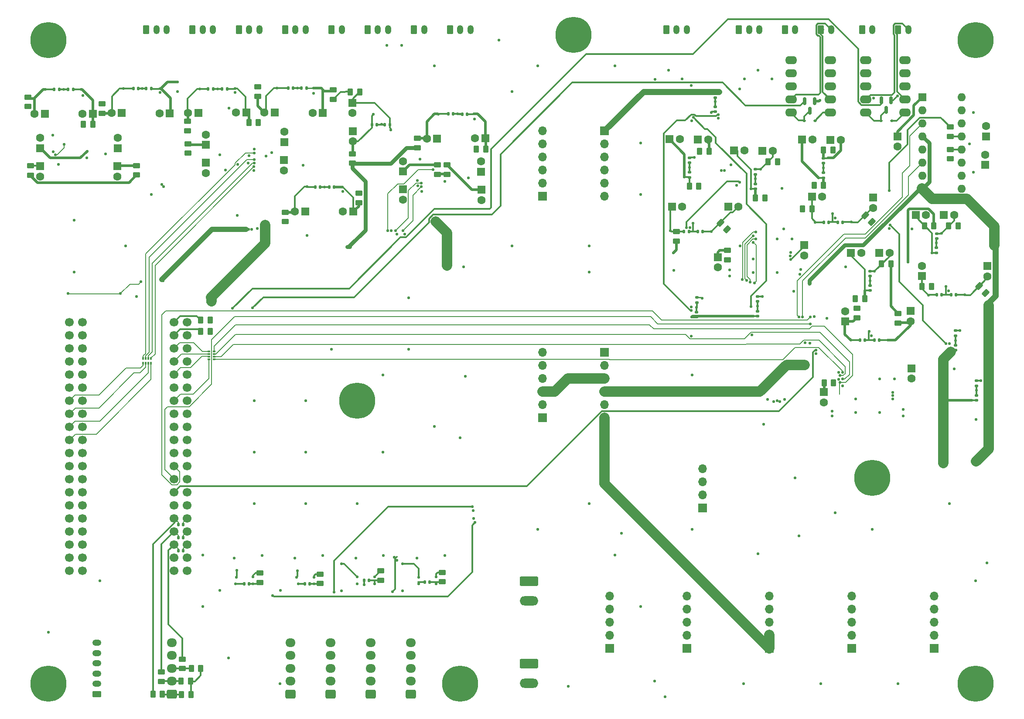
<source format=gbl>
%TF.GenerationSoftware,KiCad,Pcbnew,7.0.1*%
%TF.CreationDate,2023-06-27T00:24:21+02:00*%
%TF.ProjectId,Main board,4d61696e-2062-46f6-9172-642e6b696361,rev?*%
%TF.SameCoordinates,Original*%
%TF.FileFunction,Copper,L4,Bot*%
%TF.FilePolarity,Positive*%
%FSLAX46Y46*%
G04 Gerber Fmt 4.6, Leading zero omitted, Abs format (unit mm)*
G04 Created by KiCad (PCBNEW 7.0.1) date 2023-06-27 00:24:21*
%MOMM*%
%LPD*%
G01*
G04 APERTURE LIST*
G04 Aperture macros list*
%AMRoundRect*
0 Rectangle with rounded corners*
0 $1 Rounding radius*
0 $2 $3 $4 $5 $6 $7 $8 $9 X,Y pos of 4 corners*
0 Add a 4 corners polygon primitive as box body*
4,1,4,$2,$3,$4,$5,$6,$7,$8,$9,$2,$3,0*
0 Add four circle primitives for the rounded corners*
1,1,$1+$1,$2,$3*
1,1,$1+$1,$4,$5*
1,1,$1+$1,$6,$7*
1,1,$1+$1,$8,$9*
0 Add four rect primitives between the rounded corners*
20,1,$1+$1,$2,$3,$4,$5,0*
20,1,$1+$1,$4,$5,$6,$7,0*
20,1,$1+$1,$6,$7,$8,$9,0*
20,1,$1+$1,$8,$9,$2,$3,0*%
G04 Aperture macros list end*
%TA.AperFunction,ComponentPad*%
%ADD10RoundRect,0.250000X-0.350000X-0.625000X0.350000X-0.625000X0.350000X0.625000X-0.350000X0.625000X0*%
%TD*%
%TA.AperFunction,ComponentPad*%
%ADD11O,1.200000X1.750000*%
%TD*%
%TA.AperFunction,ComponentPad*%
%ADD12R,1.600000X1.600000*%
%TD*%
%TA.AperFunction,ComponentPad*%
%ADD13C,1.600000*%
%TD*%
%TA.AperFunction,ComponentPad*%
%ADD14RoundRect,0.250000X0.725000X-0.600000X0.725000X0.600000X-0.725000X0.600000X-0.725000X-0.600000X0*%
%TD*%
%TA.AperFunction,ComponentPad*%
%ADD15O,1.950000X1.700000*%
%TD*%
%TA.AperFunction,ComponentPad*%
%ADD16C,0.800000*%
%TD*%
%TA.AperFunction,ComponentPad*%
%ADD17C,7.000000*%
%TD*%
%TA.AperFunction,ComponentPad*%
%ADD18R,1.700000X1.700000*%
%TD*%
%TA.AperFunction,ComponentPad*%
%ADD19O,1.700000X1.700000*%
%TD*%
%TA.AperFunction,ComponentPad*%
%ADD20RoundRect,0.250000X-1.550000X0.650000X-1.550000X-0.650000X1.550000X-0.650000X1.550000X0.650000X0*%
%TD*%
%TA.AperFunction,ComponentPad*%
%ADD21O,3.600000X1.800000*%
%TD*%
%TA.AperFunction,ComponentPad*%
%ADD22O,1.600000X1.600000*%
%TD*%
%TA.AperFunction,ComponentPad*%
%ADD23RoundRect,0.250000X0.625000X-0.350000X0.625000X0.350000X-0.625000X0.350000X-0.625000X-0.350000X0*%
%TD*%
%TA.AperFunction,ComponentPad*%
%ADD24O,1.750000X1.200000*%
%TD*%
%TA.AperFunction,ComponentPad*%
%ADD25O,2.300000X1.600000*%
%TD*%
%TA.AperFunction,ComponentPad*%
%ADD26C,1.700000*%
%TD*%
%TA.AperFunction,SMDPad,CuDef*%
%ADD27RoundRect,0.140000X-0.140000X-0.170000X0.140000X-0.170000X0.140000X0.170000X-0.140000X0.170000X0*%
%TD*%
%TA.AperFunction,SMDPad,CuDef*%
%ADD28RoundRect,0.250000X0.262500X0.450000X-0.262500X0.450000X-0.262500X-0.450000X0.262500X-0.450000X0*%
%TD*%
%TA.AperFunction,SMDPad,CuDef*%
%ADD29RoundRect,0.250000X0.450000X-0.262500X0.450000X0.262500X-0.450000X0.262500X-0.450000X-0.262500X0*%
%TD*%
%TA.AperFunction,SMDPad,CuDef*%
%ADD30RoundRect,0.140000X0.170000X-0.140000X0.170000X0.140000X-0.170000X0.140000X-0.170000X-0.140000X0*%
%TD*%
%TA.AperFunction,SMDPad,CuDef*%
%ADD31RoundRect,0.150000X-0.150000X0.587500X-0.150000X-0.587500X0.150000X-0.587500X0.150000X0.587500X0*%
%TD*%
%TA.AperFunction,SMDPad,CuDef*%
%ADD32RoundRect,0.250000X-0.503814X-0.132583X-0.132583X-0.503814X0.503814X0.132583X0.132583X0.503814X0*%
%TD*%
%TA.AperFunction,SMDPad,CuDef*%
%ADD33R,0.400000X0.500000*%
%TD*%
%TA.AperFunction,SMDPad,CuDef*%
%ADD34R,0.300000X0.500000*%
%TD*%
%TA.AperFunction,SMDPad,CuDef*%
%ADD35RoundRect,0.140000X0.140000X0.170000X-0.140000X0.170000X-0.140000X-0.170000X0.140000X-0.170000X0*%
%TD*%
%TA.AperFunction,SMDPad,CuDef*%
%ADD36RoundRect,0.250000X-0.262500X-0.450000X0.262500X-0.450000X0.262500X0.450000X-0.262500X0.450000X0*%
%TD*%
%TA.AperFunction,SMDPad,CuDef*%
%ADD37RoundRect,0.250000X-0.450000X0.262500X-0.450000X-0.262500X0.450000X-0.262500X0.450000X0.262500X0*%
%TD*%
%TA.AperFunction,SMDPad,CuDef*%
%ADD38RoundRect,0.140000X-0.170000X0.140000X-0.170000X-0.140000X0.170000X-0.140000X0.170000X0.140000X0*%
%TD*%
%TA.AperFunction,SMDPad,CuDef*%
%ADD39RoundRect,0.112500X0.187500X0.112500X-0.187500X0.112500X-0.187500X-0.112500X0.187500X-0.112500X0*%
%TD*%
%TA.AperFunction,SMDPad,CuDef*%
%ADD40R,0.500000X0.400000*%
%TD*%
%TA.AperFunction,SMDPad,CuDef*%
%ADD41R,0.500000X0.300000*%
%TD*%
%TA.AperFunction,ViaPad*%
%ADD42C,0.550000*%
%TD*%
%TA.AperFunction,Conductor*%
%ADD43C,0.500000*%
%TD*%
%TA.AperFunction,Conductor*%
%ADD44C,0.300000*%
%TD*%
%TA.AperFunction,Conductor*%
%ADD45C,0.200000*%
%TD*%
%TA.AperFunction,Conductor*%
%ADD46C,2.000000*%
%TD*%
%TA.AperFunction,Conductor*%
%ADD47C,0.250000*%
%TD*%
%TA.AperFunction,Conductor*%
%ADD48C,1.200000*%
%TD*%
%TA.AperFunction,Conductor*%
%ADD49C,0.800000*%
%TD*%
%TA.AperFunction,Conductor*%
%ADD50C,1.000000*%
%TD*%
G04 APERTURE END LIST*
D10*
X117000000Y-53000000D03*
D11*
X119000000Y-53000000D03*
X121000000Y-53000000D03*
D12*
X114112500Y-72675000D03*
D13*
X114112500Y-74675000D03*
D12*
X139850000Y-74090000D03*
D13*
X137850000Y-74090000D03*
D12*
X176092500Y-87320000D03*
D13*
X178092500Y-87320000D03*
D12*
X68512500Y-75980113D03*
D13*
X68512500Y-73980113D03*
D12*
X114225000Y-88312500D03*
D13*
X112225000Y-88312500D03*
D14*
X109800000Y-182000000D03*
D15*
X109800000Y-179500000D03*
X109800000Y-177000000D03*
X109800000Y-174500000D03*
X109800000Y-172000000D03*
D12*
X185000000Y-97149888D03*
D13*
X185000000Y-99149888D03*
D10*
X175000000Y-52975000D03*
D11*
X177000000Y-52975000D03*
X179000000Y-52975000D03*
D10*
X198000000Y-52975000D03*
D11*
X200000000Y-52975000D03*
D10*
X205000000Y-52975000D03*
D11*
X207000000Y-52975000D03*
D12*
X54350000Y-69287500D03*
D13*
X52350000Y-69287500D03*
D10*
X110000000Y-53000000D03*
D11*
X112000000Y-53000000D03*
D16*
X52375000Y-180000000D03*
X53143845Y-178143845D03*
X53143845Y-181856155D03*
X55000000Y-177375000D03*
D17*
X55000000Y-180000000D03*
D16*
X55000000Y-182625000D03*
X56856155Y-178143845D03*
X56856155Y-181856155D03*
X57625000Y-180000000D03*
D12*
X114037500Y-67150000D03*
D13*
X114037500Y-69150000D03*
D18*
X163000000Y-72650000D03*
D19*
X163000000Y-75190000D03*
X163000000Y-77730000D03*
X163000000Y-80270000D03*
X163000000Y-82810000D03*
X163000000Y-85350000D03*
D10*
X83000000Y-53000000D03*
D11*
X85000000Y-53000000D03*
X87000000Y-53000000D03*
D20*
X148357500Y-176112500D03*
D21*
X148357500Y-179922500D03*
D12*
X215158113Y-85600500D03*
D13*
X215158113Y-87600500D03*
D14*
X117600000Y-182000000D03*
D15*
X117600000Y-179500000D03*
X117600000Y-177000000D03*
X117600000Y-174500000D03*
X117600000Y-172000000D03*
D10*
X101000000Y-53000000D03*
D11*
X103000000Y-53000000D03*
X105000000Y-53000000D03*
D12*
X224675000Y-66050000D03*
D22*
X224675000Y-68590000D03*
X224675000Y-71130000D03*
X224675000Y-73670000D03*
X224675000Y-76210000D03*
X224675000Y-78750000D03*
X224675000Y-81290000D03*
X224675000Y-83830000D03*
X232295000Y-83830000D03*
X232295000Y-81290000D03*
X232295000Y-78750000D03*
X232295000Y-76210000D03*
X232295000Y-73670000D03*
X232295000Y-71130000D03*
X232295000Y-68590000D03*
X232295000Y-66050000D03*
D20*
X148357500Y-160112500D03*
D21*
X148357500Y-163922500D03*
D12*
X205604008Y-123318784D03*
D13*
X205604008Y-125318784D03*
D18*
X227000000Y-173080000D03*
D19*
X227000000Y-170540000D03*
X227000000Y-168000000D03*
X227000000Y-165460000D03*
X227000000Y-162920000D03*
D10*
X220000000Y-52975000D03*
D11*
X222000000Y-52975000D03*
D12*
X222412500Y-107594776D03*
D13*
X222412500Y-109594776D03*
D12*
X193669887Y-76483604D03*
D13*
X195669887Y-76483604D03*
D12*
X223400000Y-88960113D03*
D13*
X225400000Y-88960113D03*
D12*
X201725000Y-94799888D03*
D13*
X201725000Y-96799888D03*
D14*
X125400000Y-182000000D03*
D15*
X125400000Y-179500000D03*
X125400000Y-177000000D03*
X125400000Y-174500000D03*
X125400000Y-172000000D03*
D12*
X100725000Y-78280113D03*
D13*
X100725000Y-80280113D03*
D12*
X206886250Y-74367500D03*
D13*
X208886250Y-74367500D03*
D12*
X85612500Y-75330113D03*
D13*
X85612500Y-73330113D03*
D16*
X112375000Y-125000000D03*
X113143845Y-123143845D03*
X113143845Y-126856155D03*
X115000000Y-122375000D03*
D17*
X115000000Y-125000000D03*
D16*
X115000000Y-127625000D03*
X116856155Y-123143845D03*
X116856155Y-126856155D03*
X117625000Y-125000000D03*
D18*
X182000000Y-145810000D03*
D19*
X182000000Y-143270000D03*
X182000000Y-140730000D03*
X182000000Y-138190000D03*
D12*
X209712500Y-109630000D03*
D13*
X209712500Y-107630000D03*
D16*
X212375000Y-140000000D03*
X213143845Y-138143845D03*
X213143845Y-141856155D03*
X215000000Y-137375000D03*
D17*
X215000000Y-140000000D03*
D16*
X215000000Y-142625000D03*
X216856155Y-138143845D03*
X216856155Y-141856155D03*
X217625000Y-140000000D03*
D18*
X151000000Y-85350000D03*
D19*
X151000000Y-82810000D03*
X151000000Y-80270000D03*
X151000000Y-77730000D03*
X151000000Y-75190000D03*
X151000000Y-72650000D03*
D12*
X203258113Y-85425500D03*
D13*
X205258113Y-85425500D03*
D12*
X108325000Y-69100000D03*
D13*
X106325000Y-69100000D03*
D12*
X68412500Y-79500000D03*
D13*
X68412500Y-81500000D03*
D12*
X237350000Y-98860001D03*
D13*
X237350000Y-100860001D03*
D12*
X53412500Y-79500000D03*
D13*
X53412500Y-81500000D03*
D18*
X179000000Y-173080000D03*
D19*
X179000000Y-170540000D03*
X179000000Y-168000000D03*
X179000000Y-165460000D03*
X179000000Y-162920000D03*
D16*
X154375000Y-54000000D03*
X155143845Y-52143845D03*
X155143845Y-55856155D03*
X157000000Y-51375000D03*
D17*
X157000000Y-54000000D03*
D16*
X157000000Y-56625000D03*
X158856155Y-52143845D03*
X158856155Y-55856155D03*
X159625000Y-54000000D03*
D12*
X181100000Y-74269888D03*
D13*
X183100000Y-74269888D03*
D12*
X201352612Y-74345000D03*
D13*
X203352612Y-74345000D03*
D16*
X232375000Y-180000000D03*
X233143845Y-178143845D03*
X233143845Y-181856155D03*
X235000000Y-177375000D03*
D17*
X235000000Y-180000000D03*
D16*
X235000000Y-182625000D03*
X236856155Y-178143845D03*
X236856155Y-181856155D03*
X237625000Y-180000000D03*
X132375000Y-180000000D03*
X133143845Y-178143845D03*
X133143845Y-181856155D03*
X135000000Y-177375000D03*
D17*
X135000000Y-180000000D03*
D16*
X135000000Y-182625000D03*
X136856155Y-178143845D03*
X136856155Y-181856155D03*
X137625000Y-180000000D03*
D12*
X123875000Y-83969888D03*
D13*
X123875000Y-85969888D03*
D12*
X104880112Y-88312500D03*
D13*
X102880112Y-88312500D03*
D12*
X85587500Y-78805113D03*
D13*
X85587500Y-80805113D03*
D12*
X98990000Y-69077500D03*
D13*
X96990000Y-69077500D03*
D12*
X186992500Y-87345000D03*
D13*
X188992500Y-87345000D03*
D12*
X130500000Y-74100000D03*
D13*
X128500000Y-74100000D03*
D23*
X64450000Y-182000000D03*
D24*
X64450000Y-180000000D03*
X64450000Y-178000000D03*
X64450000Y-176000000D03*
X64450000Y-174000000D03*
X64450000Y-172000000D03*
D12*
X93480112Y-69037500D03*
D13*
X91480112Y-69037500D03*
D25*
X206810000Y-69055000D03*
X206810000Y-66515000D03*
X206810000Y-63975000D03*
X206810000Y-61435000D03*
X206810000Y-58895000D03*
X199190000Y-58895000D03*
X199190000Y-61435000D03*
X199190000Y-63975000D03*
X199190000Y-66515000D03*
X199190000Y-69055000D03*
D10*
X74000000Y-53000000D03*
D11*
X76000000Y-53000000D03*
X78000000Y-53000000D03*
D12*
X123850000Y-80500000D03*
D13*
X123850000Y-78500000D03*
D12*
X222554008Y-118718896D03*
D13*
X222554008Y-120718896D03*
D10*
X189075000Y-52975000D03*
D11*
X191075000Y-52975000D03*
X193075000Y-52975000D03*
D10*
X92000000Y-53000000D03*
D11*
X94000000Y-53000000D03*
X96000000Y-53000000D03*
D12*
X236899888Y-79240112D03*
D13*
X236899888Y-77240112D03*
D10*
X133000000Y-53000000D03*
D11*
X135000000Y-53000000D03*
X137000000Y-53000000D03*
D12*
X69300000Y-69137500D03*
D13*
X67300000Y-69137500D03*
D25*
X221310000Y-69055000D03*
X221310000Y-66515000D03*
X221310000Y-63975000D03*
X221310000Y-61435000D03*
X221310000Y-58895000D03*
X213690000Y-58895000D03*
X213690000Y-61435000D03*
X213690000Y-63975000D03*
X213690000Y-66515000D03*
X213690000Y-69055000D03*
D12*
X100825000Y-74805113D03*
D13*
X100825000Y-72805113D03*
D12*
X78600000Y-69212500D03*
D13*
X76600000Y-69212500D03*
D12*
X84130112Y-69137500D03*
D13*
X82130112Y-69137500D03*
D12*
X188169887Y-76458604D03*
D13*
X190169887Y-76458604D03*
D12*
X224625000Y-100835113D03*
D13*
X224625000Y-98835113D03*
D10*
X213000000Y-52975000D03*
D11*
X215000000Y-52975000D03*
D12*
X139025000Y-80575000D03*
D13*
X139025000Y-78575000D03*
D18*
X211000000Y-173080000D03*
D19*
X211000000Y-170540000D03*
X211000000Y-168000000D03*
X211000000Y-165460000D03*
X211000000Y-162920000D03*
D18*
X164000000Y-173080000D03*
D19*
X164000000Y-170540000D03*
X164000000Y-168000000D03*
X164000000Y-165460000D03*
X164000000Y-162920000D03*
D12*
X63650000Y-69337500D03*
D13*
X61650000Y-69337500D03*
D12*
X175594887Y-74244888D03*
D13*
X177594887Y-74244888D03*
D12*
X228900000Y-88960113D03*
D13*
X230900000Y-88960113D03*
D12*
X219875000Y-73669888D03*
D13*
X219875000Y-75669888D03*
D18*
X195000000Y-173080000D03*
D19*
X195000000Y-170540000D03*
X195000000Y-168000000D03*
X195000000Y-165460000D03*
X195000000Y-162920000D03*
D12*
X210862501Y-96325112D03*
D13*
X212862501Y-96325112D03*
D18*
X151000000Y-128350000D03*
D19*
X151000000Y-125810000D03*
X151000000Y-123270000D03*
X151000000Y-120730000D03*
X151000000Y-118190000D03*
X151000000Y-115650000D03*
D14*
X102000000Y-182000000D03*
D15*
X102000000Y-179500000D03*
X102000000Y-177000000D03*
X102000000Y-174500000D03*
X102000000Y-172000000D03*
D18*
X163000000Y-115650000D03*
D19*
X163000000Y-118190000D03*
X163000000Y-120730000D03*
X163000000Y-123270000D03*
X163000000Y-125810000D03*
X163000000Y-128350000D03*
D14*
X79000000Y-182000000D03*
D15*
X79000000Y-179500000D03*
X79000000Y-177000000D03*
X79000000Y-174500000D03*
X79000000Y-172000000D03*
D12*
X237049888Y-73705112D03*
D13*
X237049888Y-71705112D03*
D12*
X139075000Y-84044888D03*
D13*
X139075000Y-86044888D03*
D26*
X79460000Y-109740000D03*
X59140000Y-109740000D03*
X82000000Y-109740000D03*
X61680000Y-109740000D03*
X79460000Y-112280000D03*
X59140000Y-112280000D03*
X82000000Y-112280000D03*
X61680000Y-112280000D03*
X79460000Y-114820000D03*
X59140000Y-114820000D03*
X82000000Y-114820000D03*
X61680000Y-114820000D03*
X79460000Y-117360000D03*
X59140000Y-117360000D03*
X82000000Y-117360000D03*
X61680000Y-117360000D03*
X79460000Y-119900000D03*
X59140000Y-119900000D03*
X82000000Y-119900000D03*
X61680000Y-119900000D03*
X79460000Y-122440000D03*
X59140000Y-122440000D03*
X82000000Y-122440000D03*
X61680000Y-122440000D03*
X79460000Y-124980000D03*
X59140000Y-124980000D03*
X82000000Y-124980000D03*
X61680000Y-124980000D03*
X79460000Y-127520000D03*
X59140000Y-127520000D03*
X82000000Y-127520000D03*
X61680000Y-127520000D03*
X79460000Y-130060000D03*
X59140000Y-130060000D03*
X82000000Y-130060000D03*
X61680000Y-130060000D03*
X79460000Y-132600000D03*
X59140000Y-132600000D03*
X82000000Y-132600000D03*
X61680000Y-132600000D03*
X79460000Y-135140000D03*
X59140000Y-135140000D03*
X82000000Y-135140000D03*
X61680000Y-135140000D03*
X79460000Y-137680000D03*
X59140000Y-137680000D03*
X82000000Y-137680000D03*
X61680000Y-137680000D03*
X79460000Y-140220000D03*
X59140000Y-140220000D03*
X82000000Y-140220000D03*
X61680000Y-140220000D03*
X79460000Y-142760000D03*
X59140000Y-142760000D03*
X82000000Y-142760000D03*
X61680000Y-142760000D03*
X79460000Y-145300000D03*
X59140000Y-145300000D03*
X82000000Y-145300000D03*
X61680000Y-145300000D03*
X79460000Y-147840000D03*
X59140000Y-147840000D03*
X82000000Y-147840000D03*
X61680000Y-147840000D03*
X79460000Y-150380000D03*
X59140000Y-150380000D03*
X82000000Y-150380000D03*
X61680000Y-150380000D03*
X79460000Y-152920000D03*
X59140000Y-152920000D03*
X82000000Y-152920000D03*
X61680000Y-152920000D03*
X79460000Y-155460000D03*
X59140000Y-155460000D03*
X82000000Y-155460000D03*
X61680000Y-155460000D03*
X79460000Y-158000000D03*
X59140000Y-158000000D03*
X82000000Y-158000000D03*
X61680000Y-158000000D03*
D16*
X232375000Y-55000000D03*
X233143845Y-53143845D03*
X233143845Y-56856155D03*
X235000000Y-52375000D03*
D17*
X235000000Y-55000000D03*
D16*
X235000000Y-57625000D03*
X236856155Y-53143845D03*
X236856155Y-56856155D03*
X237625000Y-55000000D03*
D12*
X53412500Y-75980113D03*
D13*
X53412500Y-73980113D03*
D16*
X52375000Y-55000000D03*
X53143845Y-53143845D03*
X53143845Y-56856155D03*
X55000000Y-52375000D03*
D17*
X55000000Y-55000000D03*
D16*
X55000000Y-57625000D03*
X56856155Y-53143845D03*
X56856155Y-56856155D03*
X57625000Y-55000000D03*
D10*
X126000000Y-53000000D03*
D11*
X128000000Y-53000000D03*
D12*
X216367613Y-96325112D03*
D13*
X218367613Y-96325112D03*
D27*
X80245000Y-149075000D03*
X81205000Y-149075000D03*
D28*
X82712500Y-182075000D03*
X80887500Y-182075000D03*
D27*
X215407500Y-113224888D03*
X216367500Y-113224888D03*
D28*
X226937500Y-91100000D03*
X225112500Y-91100000D03*
D27*
X227512500Y-104477501D03*
X228472500Y-104477501D03*
D29*
X72125000Y-81187500D03*
X72125000Y-79362500D03*
D30*
X179472500Y-78779888D03*
X179472500Y-77819888D03*
D31*
X201875000Y-66837500D03*
X203775000Y-66837500D03*
X202825000Y-68712500D03*
D32*
X185529765Y-90454765D03*
X186820235Y-91745235D03*
D33*
X74950000Y-117775000D03*
D34*
X74450000Y-117775000D03*
X73950000Y-117775000D03*
D33*
X73450000Y-117775000D03*
X73450000Y-116775000D03*
D34*
X73950000Y-116775000D03*
X74450000Y-116775000D03*
D33*
X74950000Y-116775000D03*
D27*
X208295000Y-90355000D03*
X209255000Y-90355000D03*
D35*
X136330000Y-69365000D03*
X135370000Y-69365000D03*
D36*
X113650000Y-65050000D03*
X115475000Y-65050000D03*
D29*
X220000000Y-109912500D03*
X220000000Y-108087500D03*
D35*
X89730000Y-64487500D03*
X88770000Y-64487500D03*
X105135000Y-64325000D03*
X104175000Y-64325000D03*
D37*
X119586250Y-158062500D03*
X119586250Y-159887500D03*
D35*
X133630000Y-69340000D03*
X132670000Y-69340000D03*
D37*
X81050000Y-175212500D03*
X81050000Y-177037500D03*
D38*
X192725000Y-107620000D03*
X192725000Y-108580000D03*
D36*
X75325000Y-182025000D03*
X77150000Y-182025000D03*
D30*
X205500000Y-78870000D03*
X205500000Y-77910000D03*
D37*
X126625000Y-74087500D03*
X126625000Y-75912500D03*
D28*
X194112500Y-85625000D03*
X192287500Y-85625000D03*
D36*
X211712500Y-105225000D03*
X213537500Y-105225000D03*
X61812500Y-71325000D03*
X63637500Y-71325000D03*
D28*
X226462500Y-102825000D03*
X224637500Y-102825000D03*
D37*
X51075000Y-66062500D03*
X51075000Y-67887500D03*
D29*
X130525000Y-81050000D03*
X130525000Y-79225000D03*
X132450000Y-81050000D03*
X132450000Y-79225000D03*
D27*
X178415000Y-92155000D03*
X179375000Y-92155000D03*
D37*
X115300000Y-84725000D03*
X115300000Y-86550000D03*
D35*
X105775685Y-160600112D03*
X104815685Y-160600112D03*
D28*
X207475000Y-121525000D03*
X205650000Y-121525000D03*
D29*
X95700000Y-65912500D03*
X95700000Y-64087500D03*
D36*
X194762500Y-78650000D03*
X196587500Y-78650000D03*
D35*
X118817500Y-71400000D03*
X117857500Y-71400000D03*
X72505000Y-64412500D03*
X71545000Y-64412500D03*
D36*
X216775000Y-98425000D03*
X218600000Y-98425000D03*
X201450000Y-87750000D03*
X203275000Y-87750000D03*
D29*
X230100000Y-78037500D03*
X230100000Y-76212500D03*
D30*
X184500000Y-68875000D03*
X184500000Y-67915000D03*
D37*
X82075000Y-70762500D03*
X82075000Y-72587500D03*
D30*
X205500000Y-81720000D03*
X205500000Y-80760000D03*
D35*
X59850000Y-64587500D03*
X58890000Y-64587500D03*
D38*
X192725000Y-104765000D03*
X192725000Y-105725000D03*
D32*
X235704765Y-102779765D03*
X236995235Y-104070235D03*
D36*
X205512500Y-76325000D03*
X207337500Y-76325000D03*
D39*
X218750000Y-70650000D03*
X216650000Y-70650000D03*
D37*
X107762500Y-158700000D03*
X107762500Y-160525000D03*
D29*
X65475000Y-69200000D03*
X65475000Y-67375000D03*
D35*
X102530000Y-64325000D03*
X101570000Y-64325000D03*
D27*
X80250000Y-154150000D03*
X81210000Y-154150000D03*
X212607500Y-113224888D03*
X213567500Y-113224888D03*
D40*
X87200000Y-115450000D03*
D41*
X87200000Y-115950000D03*
X87200000Y-116450000D03*
D40*
X87200000Y-116950000D03*
X86200000Y-116950000D03*
D41*
X86200000Y-116450000D03*
X86200000Y-115950000D03*
D40*
X86200000Y-115450000D03*
D30*
X192294887Y-81038604D03*
X192294887Y-80078604D03*
D28*
X86412500Y-109325000D03*
X84587500Y-109325000D03*
D35*
X75000000Y-64412500D03*
X74040000Y-64412500D03*
X87005000Y-64487500D03*
X86045000Y-64487500D03*
D29*
X51575000Y-81237500D03*
X51575000Y-79412500D03*
D35*
X93997500Y-160575112D03*
X93037500Y-160575112D03*
X57125000Y-64587500D03*
X56165000Y-64587500D03*
D38*
X180875000Y-107845000D03*
X180875000Y-108805000D03*
D37*
X101000000Y-88437500D03*
X101000000Y-90262500D03*
D36*
X229800000Y-91100000D03*
X231625000Y-91100000D03*
D27*
X205545000Y-90350000D03*
X206505000Y-90350000D03*
D38*
X235200000Y-123965000D03*
X235200000Y-124925000D03*
D29*
X110325000Y-66487500D03*
X110325000Y-64662500D03*
D35*
X121302500Y-71400000D03*
X120342500Y-71400000D03*
D31*
X216750000Y-66712500D03*
X218650000Y-66712500D03*
X217700000Y-68587500D03*
D35*
X129045000Y-160225000D03*
X128085000Y-160225000D03*
D28*
X181287500Y-83375000D03*
X179462500Y-83375000D03*
D32*
X213584530Y-89009530D03*
X214875000Y-90300000D03*
D30*
X184500000Y-66180000D03*
X184500000Y-65220000D03*
D38*
X180900000Y-104995000D03*
X180900000Y-105955000D03*
D30*
X214542613Y-103630112D03*
X214542613Y-102670112D03*
D29*
X177000000Y-94012500D03*
X177000000Y-92187500D03*
D37*
X76975000Y-177687500D03*
X76975000Y-179512500D03*
X212000000Y-107087500D03*
X212000000Y-108912500D03*
D39*
X203850000Y-70650000D03*
X201750000Y-70650000D03*
D36*
X203687500Y-83225000D03*
X205512500Y-83225000D03*
D28*
X183300000Y-76625000D03*
X181475000Y-76625000D03*
D27*
X230287500Y-104477501D03*
X231247500Y-104477501D03*
D35*
X107825000Y-83512500D03*
X106865000Y-83512500D03*
D30*
X192294887Y-83888604D03*
X192294887Y-82928604D03*
D38*
X231125000Y-111425000D03*
X231125000Y-112385000D03*
D29*
X186850000Y-97675000D03*
X186850000Y-95850000D03*
D30*
X214542613Y-100805112D03*
X214542613Y-99845112D03*
D29*
X82100000Y-76962500D03*
X82100000Y-75137500D03*
D28*
X86437500Y-111525000D03*
X84612500Y-111525000D03*
D36*
X138112500Y-76200000D03*
X139937500Y-76200000D03*
D35*
X110500000Y-83512500D03*
X109540000Y-83512500D03*
D28*
X95775000Y-70975000D03*
X93950000Y-70975000D03*
D30*
X227469887Y-93510113D03*
X227469887Y-92550113D03*
D37*
X114075000Y-77087500D03*
X114075000Y-78912500D03*
X96137500Y-158475000D03*
X96137500Y-160300000D03*
D27*
X181085000Y-92155000D03*
X182045000Y-92155000D03*
D28*
X84612500Y-177000000D03*
X82787500Y-177000000D03*
D35*
X117271250Y-159925000D03*
X116311250Y-159925000D03*
D37*
X230100000Y-71862500D03*
X230100000Y-73687500D03*
X131465000Y-158337500D03*
X131465000Y-160162500D03*
D30*
X179472500Y-81629888D03*
X179472500Y-80669888D03*
D38*
X235200000Y-121140000D03*
X235200000Y-122100000D03*
X231125000Y-114275000D03*
X231125000Y-115235000D03*
D28*
X82637500Y-179475000D03*
X80812500Y-179475000D03*
D27*
X80250000Y-151575000D03*
X81210000Y-151575000D03*
D30*
X227444887Y-96285113D03*
X227444887Y-95325113D03*
D42*
X103540685Y-160575112D03*
X160000000Y-95000000D03*
X55950000Y-76650000D03*
X179825000Y-63825000D03*
X202849888Y-113825000D03*
X114995000Y-160550000D03*
X120100298Y-155049703D03*
X66125000Y-77125000D03*
X165000000Y-60000000D03*
X61700000Y-65712500D03*
X95000000Y-135000000D03*
X190150000Y-62575000D03*
X127150000Y-78125000D03*
X211779008Y-124718896D03*
X200950000Y-100425000D03*
X207790000Y-89562612D03*
X150000000Y-150000000D03*
X229800000Y-103685113D03*
X110000000Y-115000000D03*
X233849888Y-75160000D03*
X91387500Y-160575000D03*
X105000000Y-125000000D03*
X90000000Y-175000000D03*
X199774888Y-103750000D03*
X200000000Y-140000000D03*
X174750000Y-182500000D03*
X211779008Y-127318896D03*
X204775000Y-66725000D03*
X160000000Y-145000000D03*
X142500000Y-55000000D03*
X220954008Y-127968896D03*
X108650000Y-83537500D03*
X98425000Y-76850000D03*
X191900000Y-97525000D03*
X95000000Y-125000000D03*
X95559566Y-91584500D03*
X126600000Y-155605000D03*
X215235371Y-66249500D03*
X192300000Y-81938604D03*
X227450000Y-94405113D03*
X180000000Y-120000000D03*
X56950000Y-79150000D03*
X187325000Y-99600000D03*
X220000000Y-180000000D03*
X91675000Y-89075000D03*
X70000000Y-95000000D03*
X114700000Y-155550000D03*
X85000000Y-165000000D03*
X219867996Y-65875464D03*
X100100000Y-161875000D03*
X205000000Y-180000000D03*
X126772872Y-83274500D03*
X160000000Y-100000000D03*
X229291177Y-102826290D03*
X170000000Y-165000000D03*
X88300000Y-77225000D03*
X103375000Y-64300000D03*
X180875000Y-106900000D03*
X218974128Y-124019410D03*
X123600000Y-56050000D03*
X197475000Y-83825000D03*
X207281177Y-88703789D03*
X156000000Y-180500000D03*
X180135295Y-90520374D03*
X116300000Y-160750000D03*
X219304008Y-120768896D03*
X124239858Y-92675872D03*
X220954008Y-126693896D03*
X209767613Y-99000112D03*
X91300000Y-65150000D03*
X55000000Y-170000000D03*
X195475000Y-62575000D03*
X126694854Y-82225500D03*
X235150000Y-128619888D03*
X184500000Y-66975000D03*
X172775000Y-62600000D03*
X218975000Y-123400000D03*
X214550000Y-101775000D03*
X108290685Y-155100112D03*
X135625000Y-99000000D03*
X94913555Y-80353201D03*
X218246332Y-91594196D03*
X215000000Y-150000000D03*
X199100000Y-96250000D03*
X214812500Y-112425000D03*
X192768750Y-60825000D03*
X102890685Y-155600112D03*
X126925000Y-160575000D03*
X230000000Y-113950000D03*
X188656086Y-83195235D03*
X60000000Y-90000000D03*
X125000000Y-115000000D03*
X105000000Y-145000000D03*
X189225000Y-64475000D03*
X205500000Y-79815000D03*
X96487500Y-155100112D03*
X214351121Y-111588621D03*
X95000000Y-145000000D03*
X199097347Y-96900280D03*
X192725000Y-106675000D03*
X187550000Y-79193604D03*
X230000000Y-145000000D03*
X89425000Y-80225000D03*
X231125000Y-113330000D03*
X206174888Y-109025000D03*
X73275000Y-64400000D03*
X179590833Y-91391307D03*
X150000000Y-60000000D03*
X197925000Y-124775000D03*
X208473246Y-120857574D03*
X170000000Y-75000000D03*
X137575000Y-147850000D03*
X100000000Y-180000000D03*
X170000000Y-85000000D03*
X137525000Y-146325000D03*
X145000000Y-95000000D03*
X201899888Y-113800000D03*
X216379008Y-127318896D03*
X87900000Y-64512500D03*
X222700000Y-91660113D03*
X235000000Y-160000000D03*
X121623896Y-91995879D03*
X208488065Y-119491847D03*
X179475000Y-79705000D03*
X235200000Y-123020000D03*
X200750000Y-151250000D03*
X65000000Y-160000000D03*
X91087500Y-155600112D03*
X130000000Y-130000000D03*
X196500000Y-93625000D03*
X93825000Y-78875000D03*
X88300000Y-161875000D03*
X234600000Y-80675000D03*
X166250000Y-150750000D03*
X180000000Y-150000000D03*
X61700000Y-65712500D03*
X199425000Y-93575000D03*
X187325000Y-100775000D03*
X179895823Y-70642208D03*
X76675000Y-65175000D03*
X136600000Y-81725000D03*
X204025000Y-115899503D03*
X106550000Y-65300000D03*
X175400000Y-60825000D03*
X165000000Y-155000000D03*
X178075000Y-62500500D03*
X201075000Y-99500000D03*
X179800000Y-112475000D03*
X105000000Y-135000000D03*
X193925000Y-129550000D03*
X191900000Y-100125000D03*
X207204008Y-127968896D03*
X230884315Y-118874888D03*
X185050000Y-70149503D03*
X216379008Y-120818896D03*
X120000000Y-120000000D03*
X112177542Y-84383488D03*
X119693929Y-71335447D03*
X135000000Y-132250000D03*
X75000000Y-85000000D03*
X93975000Y-77475000D03*
X127500000Y-84400000D03*
X176475000Y-99675000D03*
X120710000Y-56000000D03*
X120000000Y-135000000D03*
X123750000Y-161900000D03*
X179829121Y-106801104D03*
X145000000Y-65000000D03*
X85000000Y-155000000D03*
X132000298Y-155104703D03*
X207200000Y-127025000D03*
X191625000Y-112275000D03*
X122727696Y-92655617D03*
X234650000Y-69050000D03*
X115000000Y-145000000D03*
X130000000Y-60000000D03*
X125000000Y-105000000D03*
X136000000Y-120250000D03*
X194625000Y-124725000D03*
X111900000Y-161900000D03*
X196500000Y-100125000D03*
X137753663Y-70336403D03*
X134425000Y-69315000D03*
X55925000Y-73454613D03*
X105250000Y-92900000D03*
X58025000Y-64575000D03*
X60000000Y-100000000D03*
X190000000Y-180000000D03*
X121487500Y-72450000D03*
X137675000Y-69340000D03*
X130725000Y-69375000D03*
X118153000Y-69406250D03*
X112100000Y-83500000D03*
X105227179Y-83487500D03*
X226600000Y-96330113D03*
X228475000Y-92505113D03*
X225875000Y-104535113D03*
X232945673Y-104470001D03*
X127450000Y-83450000D03*
X123850000Y-92025000D03*
X122425000Y-92025000D03*
X127450000Y-82750000D03*
X120925000Y-92025000D03*
X129750000Y-80175000D03*
X218275000Y-84250000D03*
X230100000Y-71850000D03*
X204025000Y-115200000D03*
X213525000Y-103675000D03*
X169750000Y-147750000D03*
X215400000Y-99850000D03*
X210825000Y-113225000D03*
X218003060Y-113234888D03*
X232000000Y-111405000D03*
X193600000Y-104750000D03*
X181931931Y-105156931D03*
X237250000Y-156525000D03*
X183700000Y-69025000D03*
X236075000Y-121095000D03*
X235750000Y-136900000D03*
X235150000Y-136900000D03*
X85975000Y-105875000D03*
X130325000Y-160575000D03*
X202750000Y-102375000D03*
X234500000Y-136900000D03*
X172750000Y-179500000D03*
X118395000Y-160550000D03*
X96525000Y-90900000D03*
X97150000Y-90900000D03*
X86575000Y-105875000D03*
X87175000Y-105875000D03*
X94762500Y-160575112D03*
X97800000Y-90900000D03*
X106587500Y-160575000D03*
X228250000Y-137100000D03*
X229350000Y-137100000D03*
X228800000Y-137100000D03*
X185375000Y-65220000D03*
X207750000Y-146750000D03*
X230225000Y-115230000D03*
X179925000Y-108800000D03*
X191825000Y-108575000D03*
X234300000Y-124920000D03*
X106525000Y-64325000D03*
X99400000Y-64350000D03*
X91300000Y-64362500D03*
X84425000Y-64462500D03*
X202000000Y-118600000D03*
X186850000Y-97725000D03*
X202000000Y-117400000D03*
X202000000Y-117975000D03*
X230100000Y-78025000D03*
X207475000Y-121550000D03*
X94775000Y-159250000D03*
X80075000Y-63100000D03*
X76825000Y-64437500D03*
X69600000Y-64437500D03*
X61425000Y-64587500D03*
X54475000Y-64587500D03*
X95000000Y-76900000D03*
X94975000Y-78175000D03*
X94975000Y-78874503D03*
X94947130Y-79573450D03*
X58100000Y-75250000D03*
X56375000Y-77225000D03*
X113650000Y-65025000D03*
X95800000Y-70975000D03*
X61850000Y-71375000D03*
X138117348Y-76220020D03*
X115325000Y-84675000D03*
X80100000Y-64950000D03*
X65475000Y-67375000D03*
X101025000Y-90225000D03*
X114050000Y-78925000D03*
X113025000Y-95125000D03*
X51075000Y-67875000D03*
X82100000Y-72550000D03*
X90075000Y-68175000D03*
X113575000Y-95150000D03*
X95725000Y-64050000D03*
X104450000Y-79275000D03*
X131750000Y-98750000D03*
X132725000Y-81025000D03*
X129708378Y-90608378D03*
X82100000Y-76975000D03*
X130545878Y-89770878D03*
X130133378Y-90183378D03*
X72125000Y-81200000D03*
X132400000Y-98750000D03*
X133050000Y-98750000D03*
X221950000Y-98125000D03*
X212000000Y-107050000D03*
X177025000Y-94000000D03*
X226475000Y-102475000D03*
X201450000Y-87725000D03*
X176400000Y-96350000D03*
X194100000Y-85625000D03*
X211725000Y-105200000D03*
X203675000Y-83275000D03*
X181300000Y-83350000D03*
X218625000Y-98425000D03*
X196600000Y-78625000D03*
X237025000Y-104050000D03*
X181450000Y-76650000D03*
X187125000Y-91600000D03*
X214875000Y-90275000D03*
X186275000Y-80325000D03*
X185700000Y-80325000D03*
X207350000Y-76350000D03*
X231625000Y-91100000D03*
X208750000Y-121500000D03*
X209175000Y-120818286D03*
X208725000Y-120150000D03*
X209200000Y-119550000D03*
X84625000Y-176975000D03*
X62550000Y-76575000D03*
X62525000Y-77900000D03*
X132000000Y-82400000D03*
X93250000Y-91750000D03*
X76875000Y-101350000D03*
X77325000Y-101725000D03*
X94525000Y-91750000D03*
X94975000Y-76200000D03*
X77425000Y-83450000D03*
X97325000Y-77550000D03*
X93875000Y-91750000D03*
X91825000Y-79125000D03*
X77025000Y-83050000D03*
X72150000Y-104750000D03*
X209179008Y-122118896D03*
X199171981Y-97595789D03*
X203725000Y-108675000D03*
X197025000Y-125175000D03*
X195850000Y-125175000D03*
X197825000Y-91675000D03*
X218979008Y-124718896D03*
X189300000Y-94925000D03*
X196475000Y-125025000D03*
X203909716Y-90366355D03*
X210935673Y-90347500D03*
X175775000Y-91995500D03*
X183763173Y-92160000D03*
X86450000Y-109300000D03*
X90775000Y-107075000D03*
X86500000Y-111525000D03*
X94700000Y-107025000D03*
X106578185Y-159275112D03*
X91525000Y-159275000D03*
X91600000Y-157975000D03*
X98600000Y-162850000D03*
X137875000Y-148650000D03*
X218450000Y-90925000D03*
X229250000Y-113950000D03*
X200750000Y-108800000D03*
X201450000Y-108775000D03*
X202950000Y-110100000D03*
X202950000Y-108775000D03*
X137350000Y-145575000D03*
X110475000Y-162175000D03*
X103225000Y-159275000D03*
X103350000Y-158050000D03*
X192750000Y-154750000D03*
X118400000Y-159250000D03*
X130312500Y-159250000D03*
X122713750Y-155975000D03*
X122139250Y-155450000D03*
X121825000Y-162125000D03*
X191900000Y-94275000D03*
X192075000Y-102175000D03*
X192400000Y-93625000D03*
X191250000Y-101950000D03*
X190600000Y-101675000D03*
X191900000Y-93000000D03*
X189725000Y-101475000D03*
X192400000Y-92275000D03*
X204550000Y-81715000D03*
X206450000Y-77890000D03*
X178525000Y-81605000D03*
X180425000Y-77780000D03*
X191450000Y-83863604D03*
X193325000Y-80038604D03*
X191450000Y-106725000D03*
X180225000Y-70025000D03*
X115000000Y-159225000D03*
X111900000Y-156675000D03*
X123800000Y-156700000D03*
X126925000Y-159275000D03*
X185050000Y-69450000D03*
X179800000Y-107500000D03*
X58849500Y-104216622D03*
X73016256Y-101924500D03*
X69025000Y-104225000D03*
X178893000Y-91439612D03*
X189200000Y-82575000D03*
D43*
X125125000Y-79225000D02*
X123850000Y-80500000D01*
X130525000Y-79225000D02*
X125125000Y-79225000D01*
D44*
X135275000Y-69390000D02*
X134500000Y-69390000D01*
D45*
X81210000Y-153740000D02*
X82000000Y-152950000D01*
D44*
X205500000Y-80760000D02*
X205500000Y-79815000D01*
X120342500Y-71400000D02*
X119760673Y-71400000D01*
X73295000Y-64420000D02*
X74095673Y-64420000D01*
X214262500Y-111825000D02*
X214262500Y-113224888D01*
X103375000Y-64300000D02*
X103215000Y-64300000D01*
X58042500Y-64592500D02*
X58025000Y-64575000D01*
X119693929Y-71335447D02*
X119629376Y-71400000D01*
X214351121Y-111588621D02*
X214351121Y-111738509D01*
X87900000Y-64512500D02*
X87887500Y-64500000D01*
X180135295Y-92155000D02*
X179400000Y-92155000D01*
X192319887Y-81038604D02*
X192300000Y-81058491D01*
X184500000Y-67925000D02*
X184500000Y-66205000D01*
D45*
X81210000Y-151575000D02*
X81210000Y-151165000D01*
D44*
X180900000Y-105955000D02*
X180900000Y-106900000D01*
X214530113Y-102675000D02*
X214550000Y-102655113D01*
X235200000Y-122080000D02*
X235200000Y-123025000D01*
X180875000Y-107845000D02*
X180875000Y-106900000D01*
X58025000Y-64575000D02*
X58007500Y-64592500D01*
X192294887Y-82858604D02*
X192294887Y-81913604D01*
X180135295Y-90520374D02*
X180135295Y-92155000D01*
D43*
X204637500Y-66837500D02*
X204775000Y-66700000D01*
D44*
X73255000Y-64420000D02*
X73275000Y-64400000D01*
X102417500Y-64327500D02*
X104247500Y-64327500D01*
X57108173Y-64592500D02*
X57933173Y-64592500D01*
X58823173Y-64592500D02*
X58042500Y-64592500D01*
X214351121Y-111588621D02*
X214351121Y-111736379D01*
X207281177Y-90342500D02*
X206587500Y-90342500D01*
X88740000Y-64500000D02*
X87912500Y-64500000D01*
X192725000Y-107625000D02*
X192725000Y-106680000D01*
D45*
X81205000Y-148670000D02*
X82025000Y-147850000D01*
D44*
X134500000Y-69390000D02*
X134425000Y-69315000D01*
X229291177Y-104465001D02*
X228597500Y-104465001D01*
X93037500Y-160575112D02*
X91362500Y-160575112D01*
X119693929Y-71335447D02*
X119672500Y-71314018D01*
X104247500Y-64327500D02*
X104250000Y-64325000D01*
X229280000Y-104465001D02*
X229275000Y-104460001D01*
X87887500Y-64500000D02*
X87825000Y-64500000D01*
D45*
X81205000Y-149075000D02*
X81205000Y-148670000D01*
D44*
X214351121Y-111736379D02*
X214262500Y-111825000D01*
X215407500Y-113224888D02*
X213562500Y-113224888D01*
X213567500Y-113224888D02*
X214262500Y-113224888D01*
X135225000Y-69340000D02*
X135275000Y-69390000D01*
X180097500Y-92155000D02*
X180092500Y-92150000D01*
X87025000Y-64500000D02*
X87850000Y-64500000D01*
X73275000Y-64400000D02*
X73295000Y-64420000D01*
X214550000Y-102655113D02*
X214550000Y-101775000D01*
X205500000Y-78870000D02*
X205500000Y-79815000D01*
X219037500Y-66712500D02*
X219875000Y-65875000D01*
X72500673Y-64420000D02*
X73255000Y-64420000D01*
X207281177Y-88703789D02*
X207281177Y-90342500D01*
X181130000Y-92155000D02*
X180097500Y-92155000D01*
X231125000Y-114275000D02*
X231125000Y-113330000D01*
X128085000Y-160225000D02*
X126865000Y-160225000D01*
X179475000Y-80650000D02*
X179475000Y-79705000D01*
X227444887Y-95325113D02*
X227444887Y-94380113D01*
X192300000Y-81058491D02*
X192300000Y-81938604D01*
X119629376Y-71400000D02*
X118817500Y-71400000D01*
D45*
X81210000Y-151165000D02*
X81975000Y-150400000D01*
D44*
X230312500Y-104465001D02*
X229280000Y-104465001D01*
D43*
X203775000Y-66837500D02*
X204637500Y-66837500D01*
D44*
X57983173Y-64605000D02*
X57970673Y-64592500D01*
X208302500Y-90342500D02*
X207270000Y-90342500D01*
X229291177Y-102826290D02*
X229291177Y-104465001D01*
X116300000Y-160750000D02*
X116300000Y-159950000D01*
X235200000Y-123970000D02*
X235200000Y-123025000D01*
X57970673Y-64592500D02*
X57908173Y-64592500D01*
X109540000Y-83512500D02*
X108625000Y-83512500D01*
X192725000Y-105735000D02*
X192725000Y-106680000D01*
X179475000Y-78760000D02*
X179475000Y-79705000D01*
X133630000Y-69340000D02*
X135225000Y-69340000D01*
X119760673Y-71400000D02*
X119697500Y-71336827D01*
X103215000Y-64300000D02*
X103212500Y-64302500D01*
D45*
X81210000Y-154150000D02*
X81210000Y-153740000D01*
D44*
X218650000Y-66712500D02*
X219037500Y-66712500D01*
X87912500Y-64500000D02*
X87900000Y-64512500D01*
X227469887Y-93505113D02*
X227450000Y-93525000D01*
X227450000Y-93525000D02*
X227450000Y-94405113D01*
X214262500Y-113224888D02*
X215387500Y-113224888D01*
X103540685Y-160575112D02*
X104840685Y-160575112D01*
X58007500Y-64592500D02*
X57995673Y-64592500D01*
X57995673Y-64592500D02*
X57983173Y-64605000D01*
X107825000Y-83512500D02*
X108650000Y-83512500D01*
X214555113Y-100855000D02*
X214555113Y-101800000D01*
X231125000Y-112385000D02*
X231125000Y-113330000D01*
X207270000Y-90342500D02*
X207265000Y-90337500D01*
D43*
X132450000Y-79225000D02*
X137250000Y-84025000D01*
X137250000Y-84025000D02*
X139125000Y-84025000D01*
D44*
X114037500Y-66487500D02*
X115525000Y-65000000D01*
X121302500Y-71400000D02*
X121302500Y-70140000D01*
X121462500Y-72425000D02*
X121487500Y-72450000D01*
X121462500Y-72150000D02*
X121462500Y-72425000D01*
X121302500Y-70140000D02*
X118337500Y-67175000D01*
X114037500Y-67150000D02*
X114037500Y-66487500D01*
X121487500Y-72450000D02*
X121462500Y-72475000D01*
X121302500Y-71990000D02*
X121462500Y-72150000D01*
X121302500Y-71400000D02*
X121302500Y-71990000D01*
X118337500Y-67175000D02*
X114037500Y-67175000D01*
D43*
X139850000Y-74090000D02*
X139850000Y-70825000D01*
D44*
X136330000Y-69365000D02*
X137650000Y-69365000D01*
X137650000Y-69365000D02*
X137675000Y-69340000D01*
D43*
X139950000Y-74190000D02*
X139950000Y-76125000D01*
X139850000Y-74090000D02*
X139950000Y-74190000D01*
X138350000Y-69325000D02*
X137650000Y-69325000D01*
X139850000Y-70825000D02*
X138350000Y-69325000D01*
D44*
X132670000Y-69340000D02*
X131900000Y-69340000D01*
X130760000Y-69340000D02*
X131900000Y-69340000D01*
D43*
X128500000Y-70825000D02*
X130000000Y-69325000D01*
D44*
X131900000Y-69340000D02*
X130900000Y-69340000D01*
D43*
X126625000Y-74087500D02*
X128512500Y-74087500D01*
X130000000Y-69325000D02*
X130675000Y-69325000D01*
X128512500Y-74087500D02*
X128550000Y-74125000D01*
D44*
X130675000Y-69325000D02*
X130725000Y-69375000D01*
X130725000Y-69375000D02*
X130760000Y-69340000D01*
D43*
X128500000Y-74100000D02*
X128500000Y-70825000D01*
D44*
X230100000Y-76212500D02*
X232387500Y-76212500D01*
X232387500Y-76212500D02*
X232400000Y-76225000D01*
D43*
X114112500Y-77087500D02*
X114125000Y-77100000D01*
D44*
X117857500Y-72005000D02*
X115187500Y-74675000D01*
X117857500Y-69701750D02*
X117857500Y-71400000D01*
X118153000Y-69406250D02*
X117857500Y-69701750D01*
D43*
X114112500Y-74675000D02*
X114112500Y-77087500D01*
D44*
X117857500Y-71400000D02*
X117857500Y-72005000D01*
X115187500Y-74675000D02*
X114112500Y-74675000D01*
X114225000Y-85550000D02*
X114225000Y-88312500D01*
D43*
X115300000Y-87225000D02*
X114225000Y-88300000D01*
D44*
X112175000Y-83500000D02*
X114225000Y-85550000D01*
D43*
X115300000Y-86550000D02*
X115300000Y-87225000D01*
X110500000Y-83512500D02*
X112087500Y-83512500D01*
D44*
X112100000Y-83500000D02*
X112175000Y-83500000D01*
D43*
X112087500Y-83512500D02*
X112100000Y-83500000D01*
X101000000Y-88437500D02*
X102712500Y-88437500D01*
D44*
X102880112Y-85344888D02*
X104737500Y-83487500D01*
X104737500Y-83487500D02*
X105250000Y-83487500D01*
D43*
X102712500Y-88437500D02*
X102875000Y-88275000D01*
D44*
X105250000Y-83512500D02*
X105225000Y-83487500D01*
X106865000Y-83512500D02*
X105250000Y-83512500D01*
X102880112Y-88312500D02*
X102880112Y-85344888D01*
X226600000Y-92497613D02*
X226600000Y-96335113D01*
X223400000Y-89297613D02*
X226600000Y-92497613D01*
X223400000Y-88735113D02*
X223400000Y-89297613D01*
X226600000Y-96330113D02*
X227419887Y-96330113D01*
X228475000Y-92505113D02*
X228494887Y-92505113D01*
X230900000Y-88735113D02*
X230900000Y-90060113D01*
X230900000Y-90060113D02*
X228450000Y-92510113D01*
X227469887Y-92555113D02*
X228425000Y-92555113D01*
X228425000Y-92555113D02*
X228475000Y-92505113D01*
X225932612Y-104477501D02*
X227512500Y-104477501D01*
X225875000Y-104535113D02*
X224600000Y-103260113D01*
X225875000Y-104535113D02*
X225932612Y-104477501D01*
X224600000Y-103260113D02*
X224600000Y-100830001D01*
X237325000Y-101180001D02*
X237325000Y-100810001D01*
X232900000Y-104490001D02*
X232887500Y-104490001D01*
X232945673Y-104470001D02*
X232965673Y-104490001D01*
X232912500Y-104502501D02*
X232925000Y-104490001D01*
X231272500Y-104465001D02*
X232887500Y-104465001D01*
X234015000Y-104490001D02*
X237325000Y-101180001D01*
X232925000Y-104490001D02*
X232925673Y-104490001D01*
X232912500Y-104502501D02*
X232900000Y-104490001D01*
X232925673Y-104490001D02*
X232945673Y-104470001D01*
X232887500Y-104465001D02*
X232912500Y-104490001D01*
X232965673Y-104490001D02*
X234015000Y-104490001D01*
X81050000Y-175212500D02*
X81000000Y-175162500D01*
X78310000Y-154090000D02*
X79475000Y-152925000D01*
X81000000Y-171175000D02*
X78310000Y-168485000D01*
X78310000Y-168485000D02*
X78310000Y-154090000D01*
D45*
X80250000Y-154150000D02*
X80250000Y-153775000D01*
X80250000Y-153775000D02*
X79450000Y-152975000D01*
D44*
X81000000Y-175162500D02*
X81000000Y-171175000D01*
D45*
X125800000Y-90075000D02*
X125800000Y-85100000D01*
X123850000Y-92025000D02*
X125800000Y-90075000D01*
X125800000Y-85100000D02*
X127450000Y-83450000D01*
X124925000Y-84250000D02*
X124925000Y-89525000D01*
X127450000Y-82750000D02*
X126425000Y-82750000D01*
X126425000Y-82750000D02*
X124925000Y-84250000D01*
X124925000Y-89525000D02*
X122425000Y-92025000D01*
X129750000Y-80175000D02*
X126825000Y-80175000D01*
X122825000Y-82919888D02*
X120925000Y-84819888D01*
X120925000Y-84819888D02*
X120925000Y-92025000D01*
X126825000Y-80175000D02*
X124080112Y-82919888D01*
X124080112Y-82919888D02*
X122825000Y-82919888D01*
D44*
X230100000Y-73687500D02*
X232337500Y-73687500D01*
X232337500Y-73687500D02*
X232350000Y-73675000D01*
D46*
X153330000Y-123270000D02*
X155875000Y-120725000D01*
D44*
X224219365Y-70030000D02*
X228280000Y-70030000D01*
X218275000Y-84250000D02*
X218275000Y-78825523D01*
X221850000Y-72399365D02*
X224219365Y-70030000D01*
X228280000Y-70030000D02*
X230100000Y-71850000D01*
D46*
X151000000Y-123270000D02*
X153330000Y-123270000D01*
D44*
X221850000Y-75250523D02*
X221850000Y-72399365D01*
X218275000Y-78825523D02*
X221850000Y-75250523D01*
D46*
X155875000Y-120725000D02*
X163025000Y-120725000D01*
D44*
X203911330Y-115200000D02*
X203450000Y-115661330D01*
X196825000Y-127050000D02*
X162461522Y-127050000D01*
X204025000Y-115200000D02*
X203911330Y-115200000D01*
X203450000Y-115661330D02*
X203450000Y-120425000D01*
X162461522Y-127050000D02*
X147901522Y-141610000D01*
X80610000Y-141610000D02*
X79460000Y-142760000D01*
X147901522Y-141610000D02*
X80610000Y-141610000D01*
X203450000Y-120425000D02*
X196825000Y-127050000D01*
D43*
X205650000Y-121525000D02*
X205650000Y-123375000D01*
X205650000Y-123375000D02*
X205625000Y-123400000D01*
D44*
X210925000Y-96945000D02*
X213525000Y-99545000D01*
D43*
X213537500Y-105225000D02*
X213537500Y-103637500D01*
D44*
X213525000Y-99545000D02*
X213525000Y-103720000D01*
X214530113Y-103625000D02*
X213575000Y-103625000D01*
X213575000Y-103625000D02*
X213525000Y-103675000D01*
X213525000Y-103675000D02*
X213505113Y-103675000D01*
D43*
X213537500Y-103637500D02*
X213525000Y-103625000D01*
D44*
X210925000Y-96345000D02*
X210925000Y-96945000D01*
D46*
X195000000Y-173080000D02*
X163000000Y-141080000D01*
X163000000Y-141080000D02*
X163000000Y-128350000D01*
X195000000Y-173080000D02*
X195000000Y-170525000D01*
D44*
X218425000Y-96345000D02*
X218425000Y-96892725D01*
X218425000Y-96892725D02*
X215425000Y-99892725D01*
X215400000Y-99850000D02*
X214580113Y-99850000D01*
X215425000Y-99892725D02*
X215425000Y-99895000D01*
X210819887Y-113242388D02*
X210794887Y-113267388D01*
D43*
X211287500Y-109625000D02*
X209700000Y-109625000D01*
X210794887Y-113267388D02*
X209657387Y-112129888D01*
D44*
X212569887Y-113242388D02*
X210819887Y-113242388D01*
D43*
X212000000Y-108912500D02*
X211287500Y-109625000D01*
X209657387Y-112129888D02*
X209657387Y-109594888D01*
D44*
X217957387Y-113254888D02*
X217944887Y-113254888D01*
X218003060Y-113234888D02*
X218023060Y-113254888D01*
D43*
X220330224Y-110000000D02*
X220430224Y-109900000D01*
D44*
X217969887Y-113267388D02*
X217982387Y-113254888D01*
X220075000Y-110000000D02*
X220000000Y-109925000D01*
D43*
X220430224Y-109900000D02*
X222107276Y-109900000D01*
X222412500Y-110337500D02*
X222412500Y-109914775D01*
D44*
X222412500Y-109914775D02*
X222412500Y-109499888D01*
X217969887Y-113267388D02*
X217957387Y-113254888D01*
X217982387Y-113254888D02*
X217983060Y-113254888D01*
D43*
X222107276Y-109900000D02*
X222412500Y-109594776D01*
D44*
X216329887Y-113229888D02*
X217944887Y-113229888D01*
D43*
X218023060Y-113254888D02*
X219495112Y-113254888D01*
X219495112Y-113254888D02*
X222412500Y-110337500D01*
D44*
X217983060Y-113254888D02*
X218003060Y-113234888D01*
X220330224Y-110000000D02*
X220075000Y-110000000D01*
X217944887Y-113229888D02*
X217969887Y-113254888D01*
X184500000Y-68875000D02*
X183850000Y-68875000D01*
D47*
X181770000Y-104995000D02*
X181925000Y-105150000D01*
X180975000Y-104995000D02*
X181770000Y-104995000D01*
D44*
X235200000Y-121120000D02*
X236055000Y-121120000D01*
X192725000Y-104775000D02*
X193580000Y-104775000D01*
X231125000Y-111425000D02*
X231980000Y-111425000D01*
X183850000Y-68875000D02*
X183700000Y-69025000D01*
X232187500Y-71287500D02*
X232325000Y-71150000D01*
D48*
X238900000Y-95050924D02*
X238700000Y-94850924D01*
X237550000Y-106050000D02*
X238900000Y-104700000D01*
D44*
X118395000Y-159905000D02*
X118400000Y-159900000D01*
D46*
X226605000Y-85780000D02*
X224650000Y-83825000D01*
D44*
X202750000Y-102237613D02*
X202750000Y-102375000D01*
X202750000Y-102375000D02*
X202750000Y-102450000D01*
D46*
X235150000Y-136825000D02*
X237550000Y-134425000D01*
D49*
X97150000Y-90875000D02*
X97150000Y-90900000D01*
D44*
X107737500Y-160575000D02*
X106587500Y-160575000D01*
X119761250Y-159625000D02*
X119461250Y-159925000D01*
D46*
X237550000Y-134425000D02*
X237550000Y-131075000D01*
D43*
X223010000Y-67715000D02*
X223010000Y-69590000D01*
D44*
X131315000Y-160230000D02*
X130215000Y-160230000D01*
D49*
X86650000Y-104975000D02*
X86375000Y-104700000D01*
D44*
X119461250Y-159925000D02*
X118400000Y-159925000D01*
D46*
X238700000Y-91175000D02*
X233305000Y-85780000D01*
D44*
X106570000Y-160592500D02*
X106587500Y-160575000D01*
D46*
X238700000Y-94850924D02*
X238700000Y-91175000D01*
D44*
X107762500Y-160600000D02*
X107737500Y-160575000D01*
D49*
X213175000Y-94825000D02*
X212325000Y-94825000D01*
D48*
X237550000Y-106500000D02*
X237550000Y-106050000D01*
D44*
X93997500Y-160575112D02*
X94762500Y-160575112D01*
D43*
X223010000Y-69590000D02*
X219850000Y-72750000D01*
D49*
X212425000Y-94825000D02*
X209600000Y-94825000D01*
D48*
X238900000Y-104700000D02*
X238900000Y-95050924D01*
D49*
X202750000Y-101675000D02*
X202750000Y-102237613D01*
D46*
X97150000Y-94475000D02*
X97150000Y-90900000D01*
D44*
X224675000Y-83830000D02*
X224170000Y-83830000D01*
D46*
X86650000Y-104975000D02*
X86675000Y-105000000D01*
D49*
X224170000Y-83830000D02*
X213175000Y-94825000D01*
D46*
X233305000Y-85780000D02*
X226605000Y-85780000D01*
D44*
X96137500Y-160300000D02*
X95862500Y-160575000D01*
X129045000Y-160225000D02*
X130265000Y-160225000D01*
D46*
X86675000Y-105000000D02*
X86675000Y-105725000D01*
D44*
X95862500Y-160575000D02*
X94762500Y-160575000D01*
D46*
X86650000Y-104975000D02*
X97150000Y-94475000D01*
D44*
X117186250Y-159925000D02*
X118406250Y-159925000D01*
D49*
X209600000Y-94825000D02*
X202750000Y-101675000D01*
D43*
X224675000Y-66050000D02*
X223010000Y-67715000D01*
D44*
X105812500Y-160592500D02*
X106570000Y-160592500D01*
D49*
X226025000Y-75000000D02*
X224650000Y-73625000D01*
D46*
X237550000Y-130975000D02*
X237550000Y-106500000D01*
D49*
X226025000Y-82480000D02*
X226025000Y-75000000D01*
D44*
X118395000Y-160550000D02*
X118395000Y-159905000D01*
D43*
X219850000Y-72750000D02*
X219850000Y-73675000D01*
D49*
X224675000Y-83830000D02*
X226025000Y-82480000D01*
D43*
X228930000Y-124920000D02*
X228925000Y-124925000D01*
X230225000Y-115475000D02*
X230225000Y-115200000D01*
X180125000Y-108575000D02*
X179900000Y-108800000D01*
D48*
X163000000Y-72650000D02*
X170575000Y-65075000D01*
D43*
X191825000Y-108575000D02*
X180125000Y-108575000D01*
D44*
X184500000Y-65245000D02*
X185355000Y-65245000D01*
D47*
X180925000Y-108810000D02*
X179935000Y-108810000D01*
D44*
X231125000Y-115235000D02*
X230230000Y-115235000D01*
X192725000Y-108585000D02*
X191830000Y-108585000D01*
D43*
X234300000Y-124920000D02*
X228930000Y-124920000D01*
D48*
X170575000Y-65075000D02*
X185250000Y-65075000D01*
D46*
X230250000Y-115500000D02*
X228800000Y-116950000D01*
D47*
X179935000Y-108810000D02*
X179925000Y-108800000D01*
D44*
X235200000Y-124930000D02*
X234305000Y-124930000D01*
D43*
X230250000Y-115500000D02*
X230225000Y-115475000D01*
D46*
X228800000Y-116950000D02*
X228800000Y-137100000D01*
D43*
X68512500Y-79362500D02*
X68375000Y-79500000D01*
X72125000Y-79362500D02*
X68512500Y-79362500D01*
D44*
X51575000Y-79375000D02*
X51550000Y-79375000D01*
X53412500Y-79500000D02*
X53287500Y-79375000D01*
X53287500Y-79375000D02*
X51575000Y-79375000D01*
D43*
X108550000Y-64875000D02*
X110125000Y-64875000D01*
X108325000Y-64650000D02*
X108550000Y-64875000D01*
X108325000Y-64650000D02*
X108000000Y-64325000D01*
X108325000Y-69100000D02*
X108325000Y-64650000D01*
X108000000Y-64325000D02*
X106525000Y-64325000D01*
X110125000Y-64875000D02*
X110350000Y-64650000D01*
D47*
X105200000Y-64325000D02*
X106525000Y-64325000D01*
D44*
X99400000Y-64350000D02*
X99437500Y-64312500D01*
X97287500Y-65812500D02*
X98787500Y-64312500D01*
X99512500Y-64362500D02*
X99547500Y-64327500D01*
D43*
X95700000Y-67800000D02*
X97025000Y-69125000D01*
D44*
X101457500Y-64327500D02*
X100687500Y-64327500D01*
X99362500Y-64312500D02*
X99400000Y-64350000D01*
X99462500Y-64312500D02*
X99512500Y-64362500D01*
X99437500Y-64312500D02*
X99462500Y-64312500D01*
X98787500Y-64312500D02*
X99362500Y-64312500D01*
X99547500Y-64327500D02*
X100687500Y-64327500D01*
X97287500Y-69087500D02*
X97287500Y-65812500D01*
D43*
X95700000Y-65912500D02*
X95700000Y-67800000D01*
D44*
X100687500Y-64327500D02*
X99687500Y-64327500D01*
D43*
X82100000Y-75137500D02*
X82287500Y-75325000D01*
X82287500Y-75325000D02*
X85625000Y-75325000D01*
D44*
X89730000Y-64487500D02*
X91187500Y-64487500D01*
X91187500Y-64487500D02*
X91325000Y-64350000D01*
X91687500Y-64362500D02*
X93350000Y-66025000D01*
X91300000Y-64362500D02*
X91687500Y-64362500D01*
D43*
X93950000Y-69425000D02*
X93475000Y-68950000D01*
D44*
X93350000Y-66025000D02*
X93350000Y-69687500D01*
D43*
X93950000Y-70975000D02*
X93950000Y-69425000D01*
D44*
X84437500Y-64475000D02*
X84450000Y-64475000D01*
X86065000Y-64500000D02*
X84450000Y-64500000D01*
D43*
X82130112Y-70694888D02*
X82100000Y-70725000D01*
D44*
X83937500Y-64475000D02*
X82080112Y-66332388D01*
D43*
X82130112Y-69137500D02*
X82130112Y-70694888D01*
D44*
X84450000Y-64500000D02*
X84425000Y-64475000D01*
X84425000Y-64462500D02*
X84412500Y-64475000D01*
X84412500Y-64475000D02*
X83937500Y-64475000D01*
X82080112Y-66332388D02*
X82080112Y-69762500D01*
X84425000Y-64462500D02*
X84437500Y-64475000D01*
D46*
X198350000Y-118075000D02*
X201825000Y-118075000D01*
X193155000Y-123270000D02*
X198350000Y-118075000D01*
X163000000Y-123270000D02*
X193155000Y-123270000D01*
D44*
X94775000Y-158962500D02*
X94775000Y-159250000D01*
X95237500Y-158500000D02*
X94775000Y-158962500D01*
X96137500Y-158500000D02*
X95237500Y-158500000D01*
D43*
X76950000Y-64450000D02*
X78720673Y-66220673D01*
D44*
X76850000Y-64450000D02*
X76837500Y-64437500D01*
D43*
X78720673Y-66220673D02*
X78720673Y-69170000D01*
D44*
X76825000Y-64437500D02*
X76792500Y-64405000D01*
D43*
X76850000Y-64450000D02*
X76950000Y-64450000D01*
D44*
X76792500Y-64405000D02*
X76520673Y-64405000D01*
X75200673Y-64445000D02*
X76520673Y-64445000D01*
X76520673Y-64445000D02*
X76545673Y-64420000D01*
D43*
X78175000Y-63100000D02*
X76825000Y-64450000D01*
D44*
X76837500Y-64437500D02*
X76825000Y-64437500D01*
D43*
X80075000Y-63100000D02*
X78175000Y-63100000D01*
D44*
X69595673Y-64455000D02*
X69545673Y-64405000D01*
D43*
X67300000Y-69200000D02*
X67350000Y-69150000D01*
D44*
X69600000Y-64450673D02*
X69595673Y-64455000D01*
X68870673Y-64405000D02*
X67370673Y-65905000D01*
X67370673Y-65905000D02*
X67370673Y-69180000D01*
X70770673Y-64420000D02*
X69770673Y-64420000D01*
X69600000Y-64437500D02*
X69600000Y-64450673D01*
X69617500Y-64420000D02*
X70770673Y-64420000D01*
X69600000Y-64437500D02*
X69617500Y-64420000D01*
D43*
X65475000Y-69200000D02*
X67300000Y-69200000D01*
D44*
X69545673Y-64405000D02*
X68870673Y-64405000D01*
X71540673Y-64420000D02*
X70770673Y-64420000D01*
D43*
X63650000Y-66707905D02*
X63650000Y-69350000D01*
X63650000Y-69337500D02*
X63650000Y-71425000D01*
X61425000Y-64600000D02*
X61542095Y-64600000D01*
X61542095Y-64600000D02*
X63650000Y-66707905D01*
D44*
X59850000Y-64587500D02*
X61450000Y-64587500D01*
D43*
X54020673Y-64567500D02*
X52350000Y-66238173D01*
D44*
X54508173Y-64555000D02*
X54520673Y-64567500D01*
D43*
X52300000Y-66325000D02*
X52325000Y-66300000D01*
D44*
X54508173Y-64555000D02*
X54495673Y-64567500D01*
X54520673Y-64567500D02*
X54533173Y-64567500D01*
X54475000Y-64587500D02*
X54455000Y-64567500D01*
X54533173Y-64592500D02*
X54508173Y-64567500D01*
X54495673Y-64567500D02*
X54495000Y-64567500D01*
X54495000Y-64567500D02*
X54475000Y-64587500D01*
D43*
X54455000Y-64567500D02*
X54020673Y-64567500D01*
X51337500Y-66325000D02*
X52300000Y-66325000D01*
D44*
X56148173Y-64592500D02*
X54533173Y-64592500D01*
D43*
X52350000Y-66238173D02*
X52350000Y-69300000D01*
X51075000Y-66062500D02*
X51337500Y-66325000D01*
D45*
X91300000Y-78907537D02*
X91300000Y-79175000D01*
X93307537Y-76900000D02*
X91300000Y-78907537D01*
X73950000Y-96525000D02*
X73950000Y-101900000D01*
X91300000Y-79175000D02*
X73950000Y-96525000D01*
X73450000Y-116335052D02*
X73950000Y-115835052D01*
X73950000Y-115835052D02*
X73950000Y-101925000D01*
X95000000Y-76900000D02*
X93307537Y-76900000D01*
X73450000Y-116775000D02*
X73450000Y-116335052D01*
X73950000Y-116330026D02*
X73950000Y-116750000D01*
X74625000Y-115655026D02*
X73950000Y-116330026D01*
X74625000Y-97150000D02*
X74625000Y-115655026D01*
X94975000Y-78175000D02*
X93600000Y-78175000D01*
X93600000Y-78175000D02*
X74625000Y-97150000D01*
X94975000Y-78875000D02*
X94700000Y-78875000D01*
X74450000Y-116325000D02*
X74450000Y-116850000D01*
X75200000Y-115575000D02*
X74450000Y-116325000D01*
X75200000Y-98375000D02*
X75200000Y-115575000D01*
X94700000Y-78875000D02*
X75200000Y-98375000D01*
X75750000Y-98775000D02*
X75750000Y-115950000D01*
X75750000Y-115950000D02*
X74950000Y-116750000D01*
X94950000Y-79575000D02*
X75750000Y-98775000D01*
X56375000Y-77225000D02*
X56750000Y-77225000D01*
X58100000Y-75875000D02*
X58100000Y-75250000D01*
X56750000Y-77225000D02*
X58100000Y-75875000D01*
D44*
X77000000Y-152840000D02*
X77000000Y-177700000D01*
X79460000Y-150380000D02*
X77000000Y-152840000D01*
D45*
X80250000Y-151200000D02*
X79475000Y-150425000D01*
X80250000Y-151500000D02*
X80250000Y-151200000D01*
D44*
X75325000Y-152888654D02*
X79475000Y-148738654D01*
X75325000Y-182025000D02*
X75325000Y-152888654D01*
X79475000Y-148738654D02*
X79475000Y-147850000D01*
D45*
X80245000Y-149075000D02*
X80245000Y-148670000D01*
X80245000Y-148670000D02*
X79475000Y-147900000D01*
D44*
X111800000Y-65050000D02*
X110350000Y-66500000D01*
X113650000Y-65025000D02*
X111800000Y-65050000D01*
X113650000Y-65050000D02*
X113650000Y-65025000D01*
D49*
X113300000Y-95125000D02*
X113525000Y-95125000D01*
X121515811Y-78925000D02*
X114025000Y-78925000D01*
X113525000Y-95125000D02*
X113550000Y-95150000D01*
X114050000Y-79900000D02*
X114050000Y-78925000D01*
X116550000Y-91875000D02*
X116550000Y-82400000D01*
X113300000Y-95125000D02*
X116550000Y-91875000D01*
X124528311Y-75912500D02*
X121515811Y-78925000D01*
X126625000Y-75912500D02*
X124528311Y-75912500D01*
X113025000Y-95125000D02*
X113300000Y-95125000D01*
X116550000Y-82400000D02*
X114050000Y-79900000D01*
D43*
X51575000Y-81359557D02*
X52915443Y-82700000D01*
X132725000Y-81025000D02*
X130500000Y-81025000D01*
X52915443Y-82700000D02*
X70675000Y-82700000D01*
D46*
X132400000Y-92400000D02*
X130225000Y-90225000D01*
X132400000Y-98750000D02*
X132400000Y-92400000D01*
D43*
X51575000Y-81237500D02*
X51575000Y-81359557D01*
X70675000Y-82700000D02*
X72175000Y-81200000D01*
X225897057Y-87760113D02*
X226937500Y-88800556D01*
X221950000Y-98125000D02*
X221950000Y-88000000D01*
X222189887Y-87760113D02*
X225897057Y-87760113D01*
X226937500Y-88800556D02*
X226937500Y-91100000D01*
X177000000Y-95750000D02*
X177000000Y-94000000D01*
X176400000Y-96350000D02*
X177000000Y-95750000D01*
X221950000Y-88000000D02*
X222189887Y-87760113D01*
X218600000Y-106687500D02*
X218625000Y-98425000D01*
X218625000Y-98425000D02*
X218600000Y-98400000D01*
X220000000Y-108087500D02*
X218600000Y-106687500D01*
D45*
X172550000Y-111050000D02*
X202742463Y-111050000D01*
X87250000Y-114400000D02*
X91400000Y-110250000D01*
X205700000Y-110525000D02*
X211200000Y-116025000D01*
X171750000Y-110250000D02*
X172550000Y-111050000D01*
X91400000Y-110250000D02*
X171750000Y-110250000D01*
X87200000Y-115450000D02*
X87250000Y-115400000D01*
X87250000Y-115400000D02*
X87250000Y-114400000D01*
X208654008Y-123753709D02*
X208654008Y-121595992D01*
X211200000Y-116025000D02*
X211200000Y-120100000D01*
X202742463Y-111050000D02*
X203267463Y-110525000D01*
X209800000Y-121500000D02*
X208750000Y-121500000D01*
X208654008Y-121595992D02*
X208750000Y-121500000D01*
X211200000Y-120100000D02*
X209800000Y-121500000D01*
X203267463Y-110525000D02*
X205700000Y-110525000D01*
X91325000Y-112175000D02*
X178757537Y-112175000D01*
X210575000Y-117500000D02*
X210575000Y-119925000D01*
X87550000Y-115950000D02*
X91325000Y-112175000D01*
X178757537Y-112175000D02*
X179582537Y-113000000D01*
X204825000Y-111750000D02*
X210575000Y-117500000D01*
X209675000Y-120825000D02*
X209175000Y-120825000D01*
X87200000Y-115950000D02*
X87550000Y-115950000D01*
X190157537Y-113000000D02*
X191407537Y-111750000D01*
X210575000Y-119925000D02*
X209675000Y-120825000D01*
X179582537Y-113000000D02*
X190157537Y-113000000D01*
X191407537Y-111750000D02*
X204825000Y-111750000D01*
X88550000Y-116450000D02*
X90900000Y-114100000D01*
X87200000Y-116450000D02*
X88550000Y-116450000D01*
X209725000Y-119767463D02*
X209342463Y-120150000D01*
X190402511Y-114100000D02*
X190477511Y-114025000D01*
X90900000Y-114100000D02*
X190402511Y-114100000D01*
X201682425Y-113275000D02*
X204625000Y-113275000D01*
X209725000Y-118375000D02*
X209725000Y-119767463D01*
X209342463Y-120150000D02*
X208700000Y-120150000D01*
X190477511Y-114025000D02*
X200932425Y-114025000D01*
X204625000Y-113275000D02*
X209725000Y-118375000D01*
X200932425Y-114025000D02*
X201682425Y-113275000D01*
X163962500Y-116950000D02*
X87200000Y-116950000D01*
X197632233Y-117025000D02*
X164037500Y-117025000D01*
X209200000Y-119575000D02*
X209200000Y-119275000D01*
X209200000Y-119275000D02*
X204600000Y-114675000D01*
X204600000Y-114675000D02*
X200777400Y-114675000D01*
X200752400Y-114700000D02*
X199957233Y-114700000D01*
X199957233Y-114700000D02*
X197632233Y-117025000D01*
X200777400Y-114675000D02*
X200752400Y-114700000D01*
X164037500Y-117025000D02*
X163962500Y-116950000D01*
X86200000Y-120725000D02*
X83150000Y-123775000D01*
X83150000Y-123775000D02*
X80675000Y-123775000D01*
X86200000Y-116950000D02*
X86200000Y-120725000D01*
X80675000Y-123775000D02*
X79475000Y-124975000D01*
X79460000Y-119900000D02*
X80735000Y-118625000D01*
X82650000Y-118625000D02*
X84850000Y-116425000D01*
X80735000Y-118625000D02*
X82650000Y-118625000D01*
X84850000Y-116425000D02*
X86200000Y-116425000D01*
X86200000Y-115950000D02*
X80875000Y-115950000D01*
X80875000Y-115950000D02*
X79475000Y-117350000D01*
X83220000Y-113720000D02*
X84925000Y-115425000D01*
X84925000Y-115425000D02*
X86200000Y-115425000D01*
X80560000Y-113720000D02*
X83220000Y-113720000D01*
X79460000Y-114820000D02*
X80560000Y-113720000D01*
D44*
X232262500Y-78787500D02*
X232275000Y-78775000D01*
X218750000Y-70650000D02*
X219750000Y-70650000D01*
X203850000Y-70650000D02*
X205425000Y-69075000D01*
X219750000Y-70650000D02*
X221325000Y-69075000D01*
X205425000Y-69075000D02*
X206850000Y-69075000D01*
D43*
X53475000Y-75975000D02*
X53425000Y-75975000D01*
X62550000Y-76575000D02*
X61225000Y-77900000D01*
D44*
X82712500Y-179512500D02*
X83462500Y-179512500D01*
D43*
X61225000Y-77900000D02*
X55400000Y-77900000D01*
D44*
X82712500Y-182075000D02*
X82712500Y-179512500D01*
X83462500Y-179512500D02*
X84625000Y-178350000D01*
D50*
X93375000Y-91750000D02*
X86800000Y-91750000D01*
D44*
X84625000Y-178350000D02*
X84625000Y-176975000D01*
D43*
X55400000Y-77900000D02*
X53475000Y-75975000D01*
D50*
X86800000Y-91750000D02*
X77075000Y-101475000D01*
D43*
X77075000Y-101475000D02*
X77050000Y-101475000D01*
D44*
X201725000Y-94799888D02*
X201725000Y-95088173D01*
X201725000Y-95088173D02*
X199288173Y-97525000D01*
X199288173Y-97525000D02*
X199075000Y-97525000D01*
D45*
X74925000Y-120910635D02*
X64335635Y-131500000D01*
X60275000Y-131500000D02*
X59150000Y-132625000D01*
X64335635Y-131500000D02*
X60275000Y-131500000D01*
X74925000Y-117775000D02*
X74925000Y-120910635D01*
X74450000Y-117800000D02*
X74450000Y-119575000D01*
X65065000Y-128960000D02*
X60215000Y-128960000D01*
X74450000Y-119575000D02*
X65065000Y-128960000D01*
X60215000Y-128960000D02*
X59125000Y-130050000D01*
X72850000Y-119625000D02*
X71675000Y-119625000D01*
X64880000Y-126420000D02*
X60255000Y-126420000D01*
X71675000Y-119625000D02*
X64880000Y-126420000D01*
X60255000Y-126420000D02*
X59125000Y-127550000D01*
X73950000Y-118525000D02*
X72850000Y-119625000D01*
X73950000Y-117775000D02*
X73950000Y-118525000D01*
X73450000Y-117775000D02*
X73450000Y-118125000D01*
X73450000Y-118125000D02*
X72900000Y-118675000D01*
X72900000Y-118675000D02*
X70075000Y-118675000D01*
X60220000Y-123880000D02*
X59125000Y-124975000D01*
X70075000Y-118675000D02*
X64870000Y-123880000D01*
X64870000Y-123880000D02*
X60220000Y-123880000D01*
D44*
X203258113Y-89668113D02*
X203258113Y-85425500D01*
X205502500Y-90355000D02*
X203945000Y-90355000D01*
X203945000Y-90355000D02*
X203258113Y-89668113D01*
X210915673Y-90367500D02*
X210935673Y-90347500D01*
X210935673Y-90347500D02*
X210955673Y-90367500D01*
X210902500Y-90380000D02*
X210915000Y-90367500D01*
X210915000Y-90367500D02*
X210915673Y-90367500D01*
X210902500Y-90380000D02*
X210890000Y-90367500D01*
X210955673Y-90367500D02*
X212191113Y-90367500D01*
X210890000Y-90367500D02*
X210877500Y-90367500D01*
X212191113Y-90367500D02*
X214933113Y-87625500D01*
X209262500Y-90342500D02*
X210877500Y-90342500D01*
X214933113Y-87625500D02*
X215158113Y-87625500D01*
X210877500Y-90342500D02*
X210902500Y-90367500D01*
X175942500Y-92167500D02*
X175775000Y-92000000D01*
X178330000Y-92167500D02*
X175942500Y-92167500D01*
X175775000Y-92000000D02*
X175775000Y-87645000D01*
X175775000Y-87645000D02*
X176090000Y-87330000D01*
X183763173Y-92160000D02*
X183763173Y-92149327D01*
X183717500Y-92180000D02*
X183705000Y-92180000D01*
X183730000Y-92192500D02*
X183717500Y-92180000D01*
X183705000Y-92155000D02*
X183730000Y-92180000D01*
X183742500Y-92180000D02*
X183743173Y-92180000D01*
X187467500Y-88445000D02*
X187917500Y-88445000D01*
X183743173Y-92180000D02*
X183763173Y-92160000D01*
X183763173Y-92149327D02*
X187467500Y-88445000D01*
X187917500Y-88445000D02*
X188992500Y-87370000D01*
X183730000Y-92192500D02*
X183742500Y-92180000D01*
X182090000Y-92155000D02*
X183705000Y-92155000D01*
X216650000Y-70650000D02*
X215300000Y-70650000D01*
X216650000Y-70650000D02*
X216650000Y-69650000D01*
X215300000Y-70650000D02*
X213725000Y-69075000D01*
X216650000Y-69650000D02*
X217700000Y-68600000D01*
X201750000Y-70600000D02*
X200700000Y-70600000D01*
X202825000Y-68712500D02*
X201750000Y-69787500D01*
X201750000Y-69787500D02*
X201750000Y-70600000D01*
X200700000Y-70600000D02*
X199200000Y-69100000D01*
X219775000Y-64970000D02*
X219775000Y-53866421D01*
X219550000Y-53641421D02*
X219550000Y-53410000D01*
X221320000Y-66515000D02*
X219775000Y-64970000D01*
X219850000Y-53090000D02*
X219990000Y-52950000D01*
X219775000Y-53866421D02*
X219550000Y-53641421D01*
X219550000Y-53410000D02*
X219870000Y-53090000D01*
X219100000Y-53827817D02*
X219325000Y-54052817D01*
X219100000Y-52110000D02*
X219100000Y-53827817D01*
X219410000Y-51800000D02*
X219100000Y-52110000D01*
X218800000Y-65675000D02*
X214600000Y-65675000D01*
X219325000Y-54052817D02*
X219325000Y-65150000D01*
X219325000Y-65150000D02*
X218800000Y-65675000D01*
X220835000Y-51800000D02*
X219410000Y-51800000D01*
X222010000Y-52975000D02*
X220835000Y-51800000D01*
X214600000Y-65675000D02*
X213750000Y-66525000D01*
X212990000Y-52475000D02*
X212990000Y-52975000D01*
X205025000Y-53888604D02*
X205025000Y-53420000D01*
X205350000Y-54213604D02*
X205025000Y-53888604D01*
X205345000Y-53080000D02*
X205485000Y-52940000D01*
X205350000Y-65040000D02*
X205350000Y-54213604D01*
X206815000Y-66505000D02*
X205350000Y-65040000D01*
X205025000Y-53420000D02*
X205365000Y-53080000D01*
X204550000Y-65575000D02*
X200125000Y-65575000D01*
X200125000Y-65575000D02*
X199200000Y-66500000D01*
X204100000Y-52122183D02*
X204100000Y-53827817D01*
X204900000Y-54400000D02*
X204900000Y-65225000D01*
X207000000Y-52975000D02*
X205825000Y-51800000D01*
X204422183Y-54150000D02*
X204650000Y-54150000D01*
X204100000Y-53827817D02*
X204422183Y-54150000D01*
X204422183Y-51800000D02*
X204100000Y-52122183D01*
X204900000Y-65225000D02*
X204550000Y-65575000D01*
X205825000Y-51800000D02*
X204422183Y-51800000D01*
X204650000Y-54150000D02*
X204900000Y-54400000D01*
X216485000Y-67615000D02*
X216850000Y-67250000D01*
X212240000Y-66970635D02*
X212884365Y-67615000D01*
X212240000Y-56667208D02*
X212240000Y-66970635D01*
X129978903Y-87750000D02*
X140750000Y-87750000D01*
X123399128Y-93250872D02*
X124478031Y-93250872D01*
X212884365Y-67615000D02*
X216485000Y-67615000D01*
X140969302Y-87530698D02*
X140969302Y-76163541D01*
X140750000Y-87750000D02*
X140969302Y-87530698D01*
X90775000Y-107075000D02*
X94625000Y-103225000D01*
X94625000Y-103225000D02*
X113425000Y-103225000D01*
X140969302Y-76163541D02*
X159407843Y-57725000D01*
X186925000Y-50975000D02*
X206547792Y-50975000D01*
X180175000Y-57725000D02*
X186925000Y-50975000D01*
X206547792Y-50975000D02*
X212240000Y-56667208D01*
X124478031Y-93250872D02*
X129978903Y-87750000D01*
X159407843Y-57725000D02*
X180175000Y-57725000D01*
X113425000Y-103225000D02*
X123399128Y-93250872D01*
X156700000Y-63250000D02*
X142800000Y-77150000D01*
X201875000Y-66837500D02*
X200997500Y-67715000D01*
X128925000Y-90375000D02*
X114375000Y-104925000D01*
X129736522Y-88875000D02*
X128925000Y-89686522D01*
X142800000Y-77150000D02*
X142800000Y-87200000D01*
X190365000Y-67715000D02*
X185900000Y-63250000D01*
X128925000Y-89686522D02*
X128925000Y-90375000D01*
X185900000Y-63250000D02*
X156700000Y-63250000D01*
X94700000Y-107025000D02*
X94725000Y-107050000D01*
X141125000Y-88875000D02*
X129736522Y-88875000D01*
X142800000Y-87200000D02*
X141125000Y-88875000D01*
X200997500Y-67715000D02*
X190365000Y-67715000D01*
X96800000Y-104925000D02*
X94700000Y-107025000D01*
X114375000Y-104925000D02*
X96800000Y-104925000D01*
X83852500Y-108590000D02*
X80635000Y-108590000D01*
X84587500Y-109325000D02*
X83852500Y-108590000D01*
X80635000Y-108590000D02*
X79450000Y-109775000D01*
X80620000Y-111130000D02*
X79450000Y-112300000D01*
X84217500Y-111130000D02*
X80620000Y-111130000D01*
X84612500Y-111525000D02*
X84217500Y-111130000D01*
X107765685Y-158725112D02*
X106890685Y-158725112D01*
X106578185Y-159037612D02*
X106578185Y-159275112D01*
X106890685Y-158725112D02*
X106578185Y-159037612D01*
X91600000Y-157975000D02*
X91600000Y-159200000D01*
X91600000Y-159200000D02*
X91525000Y-159275000D01*
X137325000Y-158323654D02*
X132598654Y-163050000D01*
X137325000Y-149200000D02*
X137325000Y-158323654D01*
X132598654Y-163050000D02*
X98825000Y-163050000D01*
X137875000Y-148650000D02*
X137325000Y-149200000D01*
X98825000Y-163050000D02*
X98600000Y-162825000D01*
X222325000Y-104025000D02*
X220200000Y-101900000D01*
X220200000Y-95125000D02*
X220200000Y-92675000D01*
X224775000Y-106475000D02*
X222325000Y-104025000D01*
X229250000Y-113950000D02*
X224775000Y-109475000D01*
X220200000Y-92675000D02*
X218450000Y-90925000D01*
X224775000Y-109475000D02*
X224775000Y-107650000D01*
X220200000Y-101900000D02*
X220200000Y-95125000D01*
X224775000Y-107650000D02*
X224775000Y-106475000D01*
D45*
X220850000Y-80825000D02*
X222250000Y-79425000D01*
X200400000Y-101750000D02*
X209450000Y-92700000D01*
X209450000Y-92700000D02*
X213625000Y-92700000D01*
X220850000Y-85475000D02*
X220850000Y-80825000D01*
X222250000Y-79425000D02*
X222250000Y-73600000D01*
X200750000Y-108800000D02*
X200400000Y-108450000D01*
X222250000Y-73600000D02*
X224675000Y-71175000D01*
X213625000Y-92700000D02*
X220850000Y-85475000D01*
X200400000Y-108450000D02*
X200400000Y-101750000D01*
X213625000Y-93425000D02*
X221975000Y-85075000D01*
X221975000Y-81475000D02*
X224675000Y-78775000D01*
X201450000Y-101750000D02*
X209775000Y-93425000D01*
X201450000Y-108775000D02*
X201450000Y-101750000D01*
X221975000Y-85075000D02*
X221975000Y-81475000D01*
X209775000Y-93425000D02*
X213625000Y-93425000D01*
X202950000Y-110100000D02*
X173350000Y-110100000D01*
X91225000Y-108675000D02*
X86700000Y-113200000D01*
X86700000Y-121835635D02*
X82360635Y-126175000D01*
X77650000Y-126700000D02*
X77650000Y-138425000D01*
X171925000Y-108675000D02*
X91225000Y-108675000D01*
X78175000Y-126175000D02*
X77650000Y-126700000D01*
X86700000Y-113200000D02*
X86700000Y-121835635D01*
X82360635Y-126175000D02*
X78175000Y-126175000D01*
X77650000Y-138425000D02*
X79475000Y-140250000D01*
X173350000Y-110100000D02*
X171925000Y-108675000D01*
X90557537Y-107600000D02*
X90532537Y-107575000D01*
X200532537Y-109325000D02*
X200522537Y-109335000D01*
X77825000Y-107575000D02*
X77055000Y-108345000D01*
X77055000Y-108345000D02*
X77055000Y-139415000D01*
X202400000Y-109325000D02*
X200532537Y-109325000D01*
X79980000Y-141320000D02*
X80560000Y-140740000D01*
X77055000Y-139415000D02*
X78960000Y-141320000D01*
X90532537Y-107575000D02*
X77825000Y-107575000D01*
X78960000Y-141320000D02*
X79980000Y-141320000D01*
X80560000Y-140740000D02*
X80560000Y-138785000D01*
X172325000Y-107575000D02*
X91017463Y-107575000D01*
X202950000Y-108775000D02*
X202400000Y-109325000D01*
X80560000Y-138785000D02*
X79475000Y-137700000D01*
X90992463Y-107600000D02*
X90557537Y-107600000D01*
X174085000Y-109335000D02*
X172325000Y-107575000D01*
X91017463Y-107575000D02*
X90992463Y-107600000D01*
X200522537Y-109335000D02*
X174085000Y-109335000D01*
D44*
X110475000Y-156125000D02*
X110475000Y-162050000D01*
X121025000Y-145575000D02*
X110475000Y-156125000D01*
X137350000Y-145575000D02*
X121025000Y-145575000D01*
X103350000Y-158050000D02*
X103350000Y-159150000D01*
X103350000Y-159150000D02*
X103225000Y-159275000D01*
D43*
X185325000Y-95850000D02*
X184975000Y-96200000D01*
X186850000Y-95850000D02*
X185325000Y-95850000D01*
X184975000Y-96200000D02*
X184975000Y-97150000D01*
D44*
X119586250Y-158062500D02*
X118400000Y-159248750D01*
X118400000Y-159248750D02*
X118400000Y-159250000D01*
X130325000Y-158665000D02*
X130325000Y-159250000D01*
X131490000Y-158337500D02*
X130652500Y-158337500D01*
X130652500Y-158337500D02*
X130325000Y-158665000D01*
X122375000Y-155700000D02*
X122375000Y-161600000D01*
X122725000Y-155350000D02*
X122375000Y-155700000D01*
X122375000Y-161600000D02*
X121850000Y-162125000D01*
D45*
X192425000Y-94800000D02*
X192425000Y-101825000D01*
X192425000Y-101825000D02*
X192075000Y-102175000D01*
X191900000Y-94275000D02*
X192425000Y-94800000D01*
X190650000Y-94782537D02*
X190650000Y-100890020D01*
X191807537Y-93625000D02*
X190650000Y-94782537D01*
X192400000Y-93625000D02*
X191807537Y-93625000D01*
X191250000Y-101490020D02*
X191250000Y-101950000D01*
X190650000Y-100890020D02*
X191250000Y-101490020D01*
X190275000Y-101350000D02*
X190600000Y-101675000D01*
X191900000Y-93000000D02*
X190275000Y-94625000D01*
X190275000Y-94625000D02*
X190275000Y-101350000D01*
X189850000Y-94307537D02*
X189850000Y-101350000D01*
X191882537Y-92275000D02*
X189850000Y-94307537D01*
X192400000Y-92275000D02*
X191882537Y-92275000D01*
X189850000Y-101350000D02*
X189725000Y-101475000D01*
D43*
X201352612Y-74345000D02*
X201352612Y-78527612D01*
X201352612Y-78527612D02*
X204550000Y-81725000D01*
D44*
X204555000Y-81720000D02*
X204550000Y-81715000D01*
D43*
X205512500Y-81737500D02*
X205525000Y-81725000D01*
D44*
X205500000Y-81720000D02*
X204555000Y-81720000D01*
D43*
X205512500Y-83225000D02*
X205512500Y-81737500D01*
X207419239Y-77875000D02*
X206450000Y-77875000D01*
X205512500Y-77887500D02*
X205525000Y-77900000D01*
X208886250Y-76407989D02*
X207419239Y-77875000D01*
D44*
X206455000Y-77910000D02*
X206475000Y-77890000D01*
D43*
X205512500Y-76325000D02*
X205512500Y-77887500D01*
X208886250Y-74367500D02*
X208886250Y-76407989D01*
D44*
X205500000Y-77910000D02*
X206455000Y-77910000D01*
D43*
X175594887Y-74244888D02*
X178500000Y-77150001D01*
D44*
X179462500Y-81612500D02*
X179450000Y-81600000D01*
D43*
X178500000Y-81575000D02*
X178525000Y-81600000D01*
D44*
X179475000Y-81610000D02*
X178530000Y-81610000D01*
X178530000Y-81610000D02*
X178525000Y-81605000D01*
X179462500Y-83375000D02*
X179462500Y-81612500D01*
D43*
X178500000Y-77150001D02*
X178500000Y-81575000D01*
X183100000Y-74975000D02*
X183100000Y-74275000D01*
D44*
X179475000Y-77800000D02*
X180430000Y-77800000D01*
D43*
X183300000Y-76625000D02*
X183300000Y-74500000D01*
D44*
X180430000Y-77800000D02*
X180450000Y-77780000D01*
D43*
X183300000Y-74500000D02*
X183075000Y-74275000D01*
X192287500Y-83887500D02*
X192300000Y-83875000D01*
D44*
X188794887Y-76488604D02*
X188794887Y-77513604D01*
X188794887Y-77513604D02*
X191450000Y-80168717D01*
D43*
X192287500Y-85625000D02*
X192287500Y-83887500D01*
D44*
X191450000Y-80168717D02*
X191450000Y-83868604D01*
X191450000Y-83863604D02*
X192269887Y-83863604D01*
X195669887Y-76483604D02*
X195669887Y-77673717D01*
X193275000Y-80088604D02*
X193325000Y-80038604D01*
X195669887Y-77673717D02*
X193300000Y-80043604D01*
X192319887Y-80088604D02*
X193275000Y-80088604D01*
X193325000Y-80038604D02*
X193344887Y-80038604D01*
X194375000Y-90700000D02*
X194375000Y-101750000D01*
X182475000Y-72275000D02*
X183000000Y-72275000D01*
X180225000Y-70025000D02*
X182475000Y-72275000D01*
X183000000Y-72275000D02*
X184600000Y-73875000D01*
X190550000Y-80925000D02*
X190550000Y-86875000D01*
X191450000Y-104675000D02*
X191450000Y-106725000D01*
X184600000Y-73875000D02*
X184600000Y-74975000D01*
X194375000Y-101750000D02*
X191450000Y-104675000D01*
X190550000Y-86875000D02*
X194375000Y-90700000D01*
X184600000Y-74975000D02*
X190550000Y-80925000D01*
X115000000Y-159225000D02*
X112450000Y-156675000D01*
X112450000Y-156675000D02*
X111875000Y-156675000D01*
X123800000Y-156700000D02*
X126025000Y-156700000D01*
X126025000Y-156700000D02*
X126925000Y-157600000D01*
X126925000Y-157600000D02*
X126925000Y-159275000D01*
X179800000Y-69450000D02*
X178694887Y-70555113D01*
X174494887Y-73144888D02*
X174494887Y-102344887D01*
X177084662Y-70555113D02*
X174494887Y-73144888D01*
X185050000Y-69450000D02*
X184936330Y-69450000D01*
X184636330Y-69750000D02*
X180763173Y-69750000D01*
X184936330Y-69450000D02*
X184636330Y-69750000D01*
X179650000Y-107500000D02*
X179825000Y-107500000D01*
X178694887Y-70555113D02*
X177084662Y-70555113D01*
X180463173Y-69450000D02*
X179800000Y-69450000D01*
X180763173Y-69750000D02*
X180463173Y-69450000D01*
X174494887Y-102344887D02*
X179650000Y-107500000D01*
D45*
X70850000Y-102400000D02*
X72550000Y-102400000D01*
X69000000Y-104250000D02*
X58850000Y-104250000D01*
X58850000Y-104217122D02*
X58849500Y-104216622D01*
X58849500Y-104216622D02*
X58825000Y-104192122D01*
X69025000Y-104225000D02*
X70850000Y-102400000D01*
X72550000Y-102400000D02*
X73025000Y-101925000D01*
X58850000Y-104250000D02*
X58850000Y-104225000D01*
X69025000Y-104225000D02*
X69000000Y-104250000D01*
X73016256Y-101924500D02*
X72874500Y-101924500D01*
X58825000Y-104192122D02*
X58825000Y-104100000D01*
D44*
X186775000Y-82450000D02*
X178900000Y-90325000D01*
X189200000Y-82575000D02*
X189075000Y-82450000D01*
X189075000Y-82450000D02*
X186775000Y-82450000D01*
X178893000Y-91439612D02*
X178893000Y-91332000D01*
X178893000Y-91332000D02*
X178900000Y-91325000D01*
X178900000Y-90325000D02*
X178900000Y-91450000D01*
X80812500Y-179475000D02*
X77000000Y-179475000D01*
X77000000Y-179475000D02*
X76975000Y-179500000D01*
X82787500Y-177000000D02*
X78975000Y-177000000D01*
X80887500Y-182075000D02*
X77175000Y-182075000D01*
M02*

</source>
